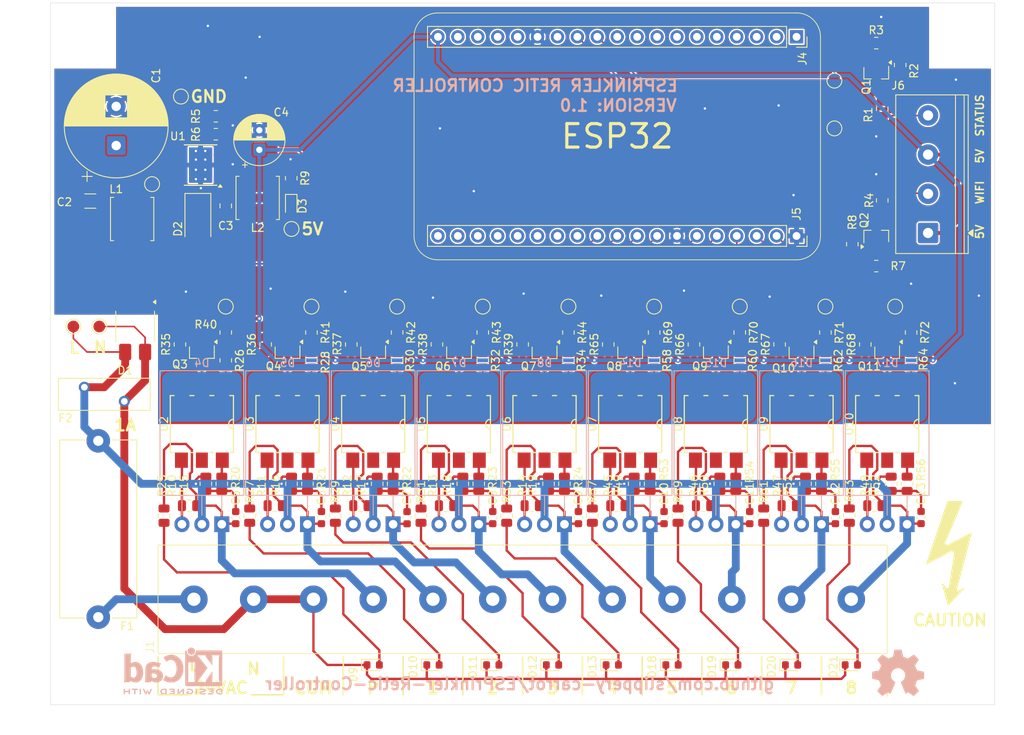
<source format=kicad_pcb>
(kicad_pcb (version 20241229) (generator "pcbnew") (generator_version "9.0")
  (layers (0 "F.Cu" signal) (2 "B.Cu" signal) (13 "F.Paste" user) (15 "B.Paste" user) (5 "F.SilkS" user "F.Silkscreen") (7 "B.SilkS" user "B.Silkscreen") (1 "F.Mask" user) (3 "B.Mask" user) (25 "Edge.Cuts" user))
  (net 0 "")
  (net 1 "VCC")
  (net 2 "GND")
  (net 3 "Net-(U1-BOOT)")
  (net 4 "Net-(D2-K)")
  (net 5 "+5V")
  (net 6 "Net-(C5-Pad1)")
  (net 7 "/Power & IO/To Pump")
  (net 8 "Net-(C6-Pad1)")
  (net 9 "/Power & IO/To Zone 1")
  (net 10 "Net-(C7-Pad1)")
  (net 11 "/Power & IO/To Zone 2")
  (net 12 "Net-(C8-Pad1)")
  (net 13 "/Power & IO/To Zone 3")
  (net 14 "/Power & IO/To Zone 4")
  (net 15 "Net-(C9-Pad1)")
  (net 16 "Net-(C10-Pad1)")
  (net 17 "/Power & IO/To Zone 5")
  (net 18 "Net-(C11-Pad1)")
  (net 19 "/Power & IO/To Zone 6")
  (net 20 "/Power & IO/To Zone 7")
  (net 21 "Net-(C12-Pad1)")
  (net 22 "Net-(C13-Pad1)")
  (net 23 "/Power & IO/To Zone 8")
  (net 24 "NEUT")
  (net 25 "LIVE")
  (net 26 "Net-(D1-+)")
  (net 27 "Net-(D3-K)")
  (net 28 "Net-(D4-G)")
  (net 29 "Net-(D5-G)")
  (net 30 "Net-(D6-G)")
  (net 31 "Net-(D7-G)")
  (net 32 "Net-(D8-G)")
  (net 33 "Net-(D9-A)")
  (net 34 "Net-(Q3-D)")
  (net 35 "Net-(D10-A)")
  (net 36 "Net-(Q4-D)")
  (net 37 "Net-(Q5-D)")
  (net 38 "Net-(D11-A)")
  (net 39 "Net-(D12-A)")
  (net 40 "Net-(Q6-D)")
  (net 41 "Net-(D13-A)")
  (net 42 "Net-(Q7-D)")
  (net 43 "Net-(D14-G)")
  (net 44 "Net-(D15-G)")
  (net 45 "Net-(D16-G)")
  (net 46 "Net-(D17-G)")
  (net 47 "Net-(D18-A)")
  (net 48 "Net-(Q8-D)")
  (net 49 "Net-(D19-A)")
  (net 50 "Net-(Q9-D)")
  (net 51 "Net-(Q10-D)")
  (net 52 "Net-(D20-A)")
  (net 53 "Net-(D21-A)")
  (net 54 "Net-(Q11-D)")
  (net 55 "Net-(J1-Pin_1)")
  (net 56 "Net-(J6-Pin_4)")
  (net 57 "Net-(J6-Pin_2)")
  (net 62 "/ESP32/Status LED")
  (net 73 "/ESP32/WIFI LED")
  (net 75 "/ESP32/Zone 5")
  (net 76 "/ESP32/Zone 2")
  (net 77 "/ESP32/Zone 4")
  (net 78 "/ESP32/Zone 1")
  (net 81 "/ESP32/Zone 3")
  (net 82 "/ESP32/Zone 6")
  (net 85 "/ESP32/Zone 8")
  (net 88 "/ESP32/Zone 7")
  (net 89 "/ESP32/Pump")
  (net 92 "Net-(Q1-G)")
  (net 93 "Net-(Q1-D)")
  (net 94 "Net-(Q2-G)")
  (net 95 "Net-(U1-VSENSE)")
  (net 96 "Net-(Q2-D)")
  (net 97 "Net-(R20-Pad2)")
  (net 98 "Net-(R21-Pad2)")
  (net 99 "Net-(R22-Pad2)")
  (net 100 "Net-(R23-Pad2)")
  (net 101 "Net-(R24-Pad2)")
  (net 102 "Net-(R26-Pad2)")
  (net 103 "Net-(R28-Pad2)")
  (net 104 "Net-(R30-Pad2)")
  (net 105 "Net-(R32-Pad2)")
  (net 106 "Net-(R34-Pad2)")
  (net 107 "Net-(Q3-G)")
  (net 108 "Net-(Q4-G)")
  (net 109 "Net-(Q5-G)")
  (net 110 "Net-(Q6-G)")
  (net 111 "Net-(Q7-G)")
  (net 112 "Net-(R53-Pad2)")
  (net 113 "Net-(R54-Pad2)")
  (net 114 "Net-(R55-Pad2)")
  (net 115 "Net-(R56-Pad2)")
  (net 116 "Net-(R58-Pad2)")
  (net 117 "Net-(R60-Pad2)")
  (net 118 "Net-(R62-Pad2)")
  (net 119 "Net-(R64-Pad2)")
  (net 120 "Net-(Q8-G)")
  (net 121 "Net-(Q9-G)")
  (net 122 "Net-(Q10-G)")
  (net 123 "Net-(Q11-G)")
  (footprint "Capacitor_SMD:C_0603_1608Metric" (layer "F.Cu") (at 243.332 126.225 -90)
    (property "Reference" "C13")
    (property "Value" "12pF")
  )
  (footprint "Footprints:MOC306XS_LTO" (layer "F.Cu") (at 162.56 114.3 -90)
    (property "Reference" "U3")
    (property "Value" "MOC3063S")
  )
  (footprint "Resistor_SMD:R_0805_2012Metric" (layer "F.Cu") (at 230.632 121.92 90)
    (property "Reference" "R55")
    (property "Value" "68R")
  )
  (footprint "TestPoint:TestPoint_Pad_D1.5mm" (layer "F.Cu") (at 163.068 89.408)
    (property "Reference" "TP6" (hide yes))
    (property "Value" "TestPoint")
  )
  (footprint "Footprints:MOC306XS_LTO" (layer "F.Cu") (at 217.17 114.3 -90)
    (property "Reference" "U8")
    (property "Value" "MOC3063S")
  )
  (footprint "Resistor_SMD:R_0805_2012Metric" (layer "F.Cu") (at 209.296 102.616 -90)
    (property "Reference" "R69")
    (property "Value" "1k")
  )
  (footprint "TestPoint:TestPoint_Pad_D1.5mm" (layer "F.Cu") (at 138.557 101.854)
    (property "Reference" "TP2" (hide yes))
    (property "Value" "TestPoint")
  )
  (footprint "Resistor_SMD:R_0805_2012Metric" (layer "F.Cu") (at 159.766 104.14 90)
    (property "Reference" "R36")
    (property "Value" "10k")
  )
  (footprint "Capacitor_SMD:C_0603_1608Metric" (layer "F.Cu") (at 232.41 126.238 -90)
    (property "Reference" "C12")
    (property "Value" "12pF")
  )
  (footprint "Resistor_SMD:R_0805_2012Metric" (layer "F.Cu") (at 187.452 106.172 -90)
    (property "Reference" "R32")
    (property "Value" "120R")
  )
  (footprint "Resistor_SMD:R_0805_2012Metric" (layer "F.Cu") (at 146.812 125.984 -90)
    (property "Reference" "R25")
    (property "Value" "1.2k")
  )
  (footprint "Capacitor_SMD:C_0603_1608Metric" (layer "F.Cu") (at 210.566 126.238 -90)
    (property "Reference" "C10")
    (property "Value" "12pF")
  )
  (footprint "Resistor_SMD:R_0805_2012Metric" (layer "F.Cu") (at 201.422 125.984 -90)
    (property "Reference" "R57")
    (property "Value" "1.2k")
  )
  (footprint "Resistor_SMD:R_0805_2012Metric" (layer "F.Cu") (at 187.452 102.616 -90)
    (property "Reference" "R43")
    (property "Value" "1k")
  )
  (footprint "Resistor_SMD:R_0805_2012Metric" (layer "F.Cu") (at 154.686 102.616 -90)
    (property "Reference" "R40")
    (property "Value" "1k")
  )
  (footprint "Capacitor_SMD:C_0603_1608Metric" (layer "F.Cu") (at 177.8 126.251 -90)
    (property "Reference" "C7")
    (property "Value" "12pF")
  )
  (footprint "TestPoint:TestPoint_Pad_D1.5mm" (layer "F.Cu") (at 240.03 99.314)
    (property "Reference" "TP25" (hide yes))
    (property "Value" "TestPoint")
  )
  (footprint "Resistor_SMD:R_0805_2012Metric" (layer "F.Cu") (at 195.834 121.92 -90)
    (property "Reference" "R19")
    (property "Value" "1.2k")
  )
  (footprint "Capacitor_SMD:C_0603_1608Metric" (layer "F.Cu") (at 188.722 126.238 -90)
    (property "Reference" "C8")
    (property "Value" "12pF")
  )
  (footprint "Package_SO:OnSemi_751EP_SOIC-4_3.9x4.725mm_P2.54mm" (layer "F.Cu") (at 143.129 101.854 -90)
    (property "Reference" "D1")
    (property "Value" "MB10S")
  )
  (footprint "Inductor_SMD:L_APV_ANR5045" (layer "F.Cu") (at 158.748 85.449 90)
    (property "Reference" "L2")
    (property "Value" "33uH")
  )
  (footprint "Resistor_SMD:R_0805_2012Metric" (layer "F.Cu") (at 234.5715 91.353 -90)
    (property "Reference" "R8")
    (property "Value" "1k")
  )
  (footprint "Resistor_SMD:R_0805_2012Metric" (layer "F.Cu") (at 154.178 121.92 90)
    (property "Reference" "R20")
    (property "Value" "68R")
  )
  (footprint "Resistor_SMD:R_0805_2012Metric" (layer "F.Cu") (at 168.656 125.984 -90)
    (property "Reference" "R29")
    (property "Value" "1.2k")
  )
  (footprint "Resistor_SMD:R_0805_2012Metric" (layer "F.Cu") (at 182.7765 124.714 180)
    (property "Reference" "R13")
    (property "Value" "120R")
  )
  (footprint "Resistor_SMD:R_0805_2012Metric" (layer "F.Cu") (at 226.4645 124.714 180)
    (property "Reference" "R47")
    (property "Value" "120R")
  )
  (footprint "TerminalBlock_Phoenix:TerminalBlock_Phoenix_PT-1,5-4-5.0-H_1x04_P5.00mm_Horizontal" (layer "F.Cu") (at 244.2235 89.923 90)
    (property "Reference" "J6")
    (property "Value" "Conn_01x04")
  )
  (footprint "TestPoint:TestPoint_Pad_D1.5mm" (layer "F.Cu") (at 154.686 99.314)
    (property "Reference" "TP13" (hide yes))
    (property "Value" "TestPoint")
  )
  (footprint "Resistor_SMD:R_0805_2012Metric" (layer "F.Cu") (at 220.218 106.172 -90)
    (property "Reference" "R60")
    (property "Value" "120R")
  )
  (footprint "Resistor_SMD:R_0805_2012Metric" (layer "F.Cu") (at 237.6195 94.147 180)
    (property "Reference" "R7")
    (property "Value" "10k")
  )
  (footprint "Resistor_SMD:R_0805_2012Metric" (layer "F.Cu") (at 240.6675 68.493 90)
    (property "Reference" "R2")
    (property "Value" "10k")
  )
  (footprint "Resistor_SMD:R_0805_2012Metric" (layer "F.Cu") (at 154.686 106.172 -90)
    (property "Reference" "R26")
    (property "Value" "120R")
  )
  (footprint "Footprints:MOC306XS_LTO" (layer "F.Cu") (at 151.638 114.3 -90)
    (property "Reference" "U2")
    (property "Value" "MOC3063S")
  )
  (footprint "Package_TO_SOT_SMD:SOT-23_Handsoldering" (layer "F.Cu") (at 195.326 105.18 -90)
    (property "Reference" "Q7")
    (property "Value" "AO3400A")
  )
  (footprint "Resistor_SMD:R_0805_2012Metric" (layer "F.Cu") (at 198.374 106.172 -90)
    (property "Reference" "R34")
    (property "Value" "120R")
  )
  (footprint "Resistor_SMD:R_0805_2012Metric" (layer "F.Cu") (at 203.454 104.14 90)
    (property "Reference" "R65")
    (property "Value" "10k")
  )
  (footprint "Resistor_SMD:R_0805_2012Metric" (layer "F.Cu") (at 214.376 104.14 90)
    (property "Reference" "R66")
    (property "Value" "10k")
  )
  (footprint "Resistor_SMD:R_0805_2012Metric" (layer "F.Cu") (at 220.218 102.616 -90)
    (property "Reference" "R70")
    (property "Value" "1k")
  )
  (footprint "Resistor_SMD:R_0805_2012Metric" (layer "F.Cu") (at 228.6 121.92 -90)
    (property "Reference" "R51")
    (property "Value" "1.2k")
  )
  (footprint "Resistor_SMD:R_0805_2012Metric" (layer "F.Cu") (at 190.5 125.984 -90)
    (property "Reference" "R33")
    (property "Value" "1.2k")
  )
  (footprint "Resistor_SMD:R_0805_2012Metric" (layer "F.Cu") (at 152.146 121.92 -90)
    (property "Reference" "R15")
    (property "Value" "1.2k")
  )
  (footprint "Footprints:MOC306XS_LTO" (layer "F.Cu") (at 184.404 114.3 -90)
    (property "Reference" "U5")
    (property "Value" "MOC3063S")
  )
  (footprint "Resistor_SMD:R_0805_2012Metric" (layer "F.Cu") (at 165.1 121.92 90)
    (property "Reference" "R21")
    (property "Value" "68R")
  )
  (footprint "Resistor_SMD:R_0805_2012Metric" (layer "F.Cu") (at 171.8545 124.714 180)
    (property "Reference" "R12")
    (property "Value" "120R")
  )
  (footprint "Package_TO_SOT_SMD:SOT-23_Handsoldering" (layer "F.Cu") (at 217.17 105.156 -90)
    (property "Reference" "Q9")
    (property "Value" "AO3400A")
  )
  (footprint "Diode_SMD:D_SMA" (layer "F.Cu") (at 151.13 88.392 -90)
    (property "Reference" "D2")
    (property "Value" "SS34")
  )
  (footprint "Capacitor_THT:CP_Radial_D6.3mm_P2.50mm" (layer "F.Cu") (at 158.96675 79.313 90)
    (property "Reference" "C4")
    (property "Value" "220uF")
  )
  (footprint "Resistor_SMD:R_0805_2012Metric" (layer "F.Cu") (at 193.6985 124.714 180)
    (property "Reference" "R14")
    (property "Value" "120R")
  )
  (footprint "Resistor_SMD:R_0805_2012Metric" (layer "F.Cu") (at 239.522 121.92 -90)
    (property "Reference" "R52")
    (property "Value" "1.2k")
  )
  (footprint "MountingHole:MountingHole_3.5mm" (layer "F.Cu") (at 248.412 145.796)
    (property "Reference" "REF**" (hide yes))
    (property "Value" "MountingHole_3.5mm")
  )
  (footprint "Resistor_SMD:R_0805_2012Metric" (layer "F.Cu") (at 238.3815 74.081 -90)
    (property "Reference" "R1")
    (property "Value" "1.2k")
  )
  (footprint "Resistor_SMD:R_0805_2012Metric" (layer "F.Cu") (at 184.912 121.92 -90)
    (property "Reference" "R18")
    (property "Value" "1.2k")
  )
  (footprint "Capacitor_SMD:C_0603_1608Metric" (layer "F.Cu") (at 199.644 126.238 -90)
    (property "Reference" "C9")
    (property "Value" "12pF")
  )
  (footprint "Package_TO_SOT_SMD:SOT-23_Handsoldering" (layer "F.Cu") (at 151.638 105.156 -90)
    (property "Reference" "Q3")
    (property "Value" "AO3400A")
  )
  (footprint "TestPoint:TestPoint_Pad_D1.5mm" (layer "F.Cu") (at 165.608 99.314)
    (property "Reference" "TP14" (hide yes))
    (property "Value" "TestPoint")
  )
  (footprint "LED_SMD:LED_0603_1608Metric" (layer "F.Cu") (at 196.342 145.034)
    (property "Reference" "D12")
    (property "Value" "RED")
  )
  (footprint "Capacitor_THT:CP_Radial_D13.0mm_P5.00mm" (layer "F.Cu") (at 140.716 78.769216 90)
    (property "Reference" "C1")
    (property "Value" "680uF")
  )
  (footprint "MountingHole:MountingHole_3.5mm" (layer "F.Cu") (at 248.412 64.897)
    (property "Reference" "REF**" (hide yes))
    (property "Value" "MountingHole_3.5mm")
  )
  (footprint "Resistor_SMD:R_0805_2012Metric" (layer "F.Cu") (at 186.944 121.92 90)
    (property "Reference" "R23")
    (property "Value" "68R")
  )
  (footprint "TestPoint:TestPoint_Pad_D1.5mm" (layer "F.Cu") (at 209.296 99.314)
    (property "Reference" "TP22" (hide yes))
    (property "Value" "TestPoint")
  )
  (footprint "Resistor_SMD:R_0805_2012Metric" (layer "F.Cu") (at 165.608 102.616 -90)
    (property "Reference" "R41")
    (property "Value" "1k")
  )
  (footprint "Resistor_SMD:R_0805_2012Metric" (layer "F.Cu") (at 231.14 106.172 -90)
    (property "Reference" "R62")
    (property "Value" "120R")
  )
  (footprint "Capacitor_SMD:C_0603_1608Metric" (layer "F.Cu") (at 155.956 126.238 -90)
    (property "Reference" "C5")
    (property "Value" "12pF")
  )
  (footprint "Resistor_SMD:R_0805_2012Metric" (layer "F.Cu") (at 238.3815 85.765 90)
    (property "Reference" "R4")
    (property "Value" "1.2k")
  )
  (footprint "Resistor_SMD:R_0805_2012Metric" (layer "F.Cu") (at 179.578 125.984 -90)
    (property "Reference" "R31")
    (property "Value" "1.2k")
  )
  (footprint "LED_SMD:LED_0603_1608Metric" (layer "F.Cu") (at 219.202 145.034)
    (property "Reference" "D19")
    (property "Value" "RED")
  )
  (footprint "Inductor_SMD:L_APV_ANR5045" (layer "F.Cu") (at 142.748 88.138 90)
    (property "Reference" "L1")
    (property "Value" "33uH")
  )
  (footprint "Resistor_SMD:R_0805_2012Metric" (layer "F.Cu") (at 237.6195 65.699)
    (property "Reference" "R3")
    (property "Value" "1k")
  )
  (footprint "Package_TO_SOT_SMD:SOT-23_Handsoldering" (layer "F.Cu") (at 184.428 105.156 -90)
    (property "Reference" "Q6")
    (property "Value" "AO3400A")
  )
  (footprint "Footprints:MOC306XS_LTO" (layer "F.Cu") (at 228.092 114.3 -90)
    (property "Reference" "U9")
    (property "Value" "MOC3063S")
  )
  (footprint "LED_SMD:LED_0603_1608Metric" (layer "F.Cu") (at 234.442 145.034)
    (property "Reference" "D21")
    (property "Value" "RED")
  )
  (footprint "Resistor_SMD:R_0805_2012Metric" (layer "F.Cu") (at 225.298 104.14 90)
    (property "Reference" "R67")
    (property "Value" "10k")
  )
  (footprint "Capacitor_SMD:C_1206_3216Metric" (layer "F.Cu") (at 137.414 85.852 180)
    (property "Reference" "C2")
    (property "Value" "10uF")
  )
  (footprint "Resistor_SMD:R_0805_2012Metric" (layer "F.Cu") (at 209.296 106.172 -90)
    (property "Reference" "R58")
    (property "Value" "120R")
  )
  (footprint "TestPoint:TestPoint_Pad_D1.5mm" (layer "F.Cu") (at 187.452 99.314)
    (property "Reference" "TP16" (hide yes))
    (property "Value" "TestPoint")
  )
  (footprint "LED_SMD:LED_0603_1608Metric" (layer "F.Cu") (at 211.582 145.034)
    (property "Reference" "D18")
    (property "Value" "RED")
  )
  (footprint "TestPoint:TestPoint_Pad_D1.5mm" (layer "F.Cu") (at 220.218 99.314)
    (property "Reference" "TP23" (hide yes))
    (property "Value" "TestPoint")
  )
  (footprint "Footprints:Symbol_HighVoltage_NoTriangle_Silkscreen" (layer "F.Cu") (at 247.142 130.683)
    (property "Reference" "REF**" (hide yes))
    (property "Value" "Symbol_HighVoltage_NoTriangle_Silkscreen" (hide yes))
  )
  (footprint "Package_TO_SOT_SMD:SOT-23_Handsoldering" (layer "F.Cu") (at 237.6195 69.509 -90)
    (property "Reference" "Q1")
    (property "Value" "AO3400A")
  )
  (footprint "LED_SMD:LED_0603_1608Metric" (layer "F.Cu") (at 226.822 145.034)
    (property "Reference" "D20")
    (property "Value" "RED")
  )
  (footprint "Resistor_SMD:R_0805_2012Metric" (layer "F.Cu") (at 176.53 102.616 -90)
    (property "Reference" "R42")
    (property "Value" "1k")
  )
  (footprint "Resistor_SMD:R_0805_2012Metric" (layer "F.Cu") (at 223.266 125.984 -90)
    (property "Reference" "R61")
    (property "Value" "1.2k")
  )
  (footprint "Package_TO_SOT_SMD:SOT-23_Handsoldering" (layer "F.Cu") (at 228.092 105.18 -90)
    (property "Reference" "Q10")
    (property "Value" "AO3400A")
  )
  (footprint "LED_SMD:LED_0603_1608Metric" (layer "F.Cu") (at 181.102 145.034)
    (property "Reference" "D10")
    (property "Value" "RED")
  )
  (footprint "TestPoint:TestPoint_Pad_D1.5mm" (layer "F.Cu") (at 148.971 72.517)
    (property "Reference" "TP3" (hide yes))
    (property "Value" "TestPoint")
  )
  (footprint "Package_TO_SOT_SMD:SOT-23_Handsoldering" (layer "F.Cu") (at 206.248 105.156 -90)
    (property "Reference" "Q8")
    (property "Value" "AO3400A")
  )
  (footprint "Capacitor_SMD:C_0805_2012Metric" (layer "F.Cu") (at 154.684 86.465 -90)
    (property "Reference" "C3")
    (property "Value" "10nF")
  )
  (footprint "Resistor_SMD:R_0805_2012Metric" (layer "F.Cu") (at 170.688 104.14 90)
    (property "Reference" "R37")
    (property "Value" "10k")
  )
  (footprint "Footprints:MOC306XS_LTO" (layer "F.Cu") (at 195.326 114.3 -90)
    (property "Reference" "U6")
    (property "Value" "MOC3063S")
  )
  (footprint "Resistor_SMD:R_0805_2012Metric" (layer "F.Cu") (at 215.5425 124.714 180)
    (property "Reference" "R46")
    (property "Value" "120R")
  )
  (footprint "TestPoint:TestPoint_Pad_D1.5mm" (layer "F.Cu") (at 145.288 83.693)
    (property "Reference" "TP4" (hide yes))
    (property "Value" "TestPoint")
  )
  (footprint "Footprints:MOC306XS_LTO" (layer "F.Cu") (at 173.482 114.3 -90)
    (property "Reference" "U4")
    (property "Value" "MOC3063S")
  )
  (footprint "Resistor_SMD:R_0805_2012Metric" (layer "F.Cu") (at 208.788 121.92 90)
    (property "Reference" "R53")
    (property "Value" "68R")
  )
  (footprint "Capacitor_SMD:C_0603_1608Metric" (layer "F.Cu") (at 221.488 126.238 -90)
    (property "Reference" "C11")
    (property "Value" "12pF")
  )
  (footprint "Package_TO_SOT_SMD:SOT-23_Handsoldering" (layer "F.Cu") (at 173.482 105.156 -90)
    (property "Reference" "Q5")
    (property "Value" "AO3400A")
  )
  (footprint "TestPoint:TestPoint_Pad_D1.5mm" (layer "F.Cu") (at 135.255 101.854)
    (property "Reference" "TP1" (hide yes))
    (property "Value" "TestPoint")
  )
  (footprint "LED_SMD:LED_0603_1608Metric" (layer "F.Cu") (at 163.03075 86.4905 -90)
    (property "Reference" "D3")
    (property "Value" "RED")
  )
  (footprint "Resistor_SMD:R_0805_2012Metric" (layer "F.Cu") (at 157.734 125.984 -90)
    (property "Reference" "R27")
    (property "Value" "1.2k")
  )
  (footprint "Resistor_SMD:R_0805_2012Metric" (layer "F.Cu") (at 165.608 106.172 -90)
    (property "Reference" "R28")
    (property "Value" "120R")
  )
  (footprint "LED_SMD:LED_0603_1608Metric" (layer "F.Cu") (at 188.722 145.034)
    (property "Reference" "D11")
    (property "Value" "RED")
  )
  (footprint "LED_SMD:LED_0603_1608Metric" (layer "F.Cu") (at 203.962 145.034)
    (property "Reference" "D13")
    (property "Value" "RED")
  )
  (footprint "Resistor_SMD:R_0805_2012Metric" (layer "F.Cu") (at 148.844 104.14 90)
    (property "Reference" "R35")
    (property "Value" "10k")
  )
  (footprint "Footprints:MOC306XS_LTO" (layer "F.Cu") (at 239.014 114.3 -90)
    (property "Reference" "U10")
    (property "Value" "MOC3063S")
  )
  (footprint "Resistor_SMD:R_0805_2012Metric" (layer "F.Cu") (at 237.3865 124.714 180)
    (property "Reference" "R48")
    (property "Value" "120R")
  )
  (footprint "Resistor_SMD:R_0805_2012Metric" (layer "F.Cu") (at 217.678 121.92 -90)
    (property "Reference" "R50")
    (property "Value" "1.2k")
  )
  (footprint "Resistor_SMD:R_0805_2012Metric" (layer "F.Cu") (at 181.61 104.14 90)
    (property "Reference" "R38")
    (property "Value" "10k")
  )
  (footprint "TestPoint:TestPoint_Pad_D1.5mm" (layer "F.Cu") (at 176.53 99.314)
    (property "Reference" "TP15" (hide yes))
    (property "Value" "TestPoint")
  )
  (footprint "Resistor_SMD:R_0805_2012Metric" (layer "F.Cu") (at 153.414 77.321 180)
    (property "Reference" "R6")
    (property "Value" "3k")
  )
  (footprint "Package_SO:TI_SO-PowerPAD-8_ThermalVias" (layer "F.Cu") (at 151.476 81.258 180)
    (property "Reference" "U1")
    (property "Value" "TPS5430DDA")
  )
  (footprint "Footprints:DBT30C-7.62-12P-BK-P" (layer "F.Cu") (at 150.622 136.652)
    (property "Reference" "J1")
    (property "Value" "~")
  )
  (footprint "Fuse:Fuse_BelFuse_0ZRE0033FF_L11.4mm_W3.8mm" (layer "F.Cu") (at 136.652 109.601)
    (property "Reference" "F2")
    (property "Value" "250mA")
  )
  (footprint "Resistor_SMD:R_0805_2012Metric" (layer "F.Cu") (at 241.554 121.92 90)
    (property "Reference" "R56")
    (property "Value" "68R")
  )
  (footprint "MountingHole:MountingHole_3.5mm" (layer "F.Cu") (at 136.652 64.897)
    (property "Reference" "REF**" (hide yes))
    (property "Value" "MountingHole_3.5mm")
  )
  (footprint "Resistor_SMD:R_0805_2012Metric" (layer "F.Cu") (at 234.188 125.984 -90)
    (property "Reference" "R63")
    (property "Value" "1.2k")
  )
  (footprint "Resistor_SMD:R_0805_2012Metric" (layer "F.Cu") (at 212.344 125.984 90)
    (property "Reference" "R59")
    (property "Value" "1.2k")
  )
  (footprint "Resistor_SMD:R_0805_2012Metric" (layer "F.Cu") (at 176.022 121.92 90)
    (property "Reference" "R22")
    (property "Value" "68R")
  )
  (footprint "TestPoint:TestPoint_Pad_D1.5mm" (layer "F.Cu") (at 198.374 99.314)
    (property "Reference" "TP17" (hide yes))
    (property "Value" "TestPoint")
  )
  (footprint "MountingHole:MountingHole_3.5mm" (layer "F.Cu") (at 136.652 145.796)
    (property "Reference" "REF**" (hide yes))
    (property "Value" "MountingHole_3.5mm")
  )
  (footprint "Connector_PinSocket_2.54mm:PinSocket_1x19_P2.54mm_Vertical" (layer "F.Cu") (at 227.456999 64.897001 -90)
    (property "Reference" "J4")
    (property "Value" "Conn_01x19")
  )
  (footprint "TestPoint:TestPoint_Pad_D1.5mm" (layer "F.Cu") (at 232.283 76.581)
    (property "Reference" "TP7" (hide yes))
    (property "Value" "TestPoint")
  )
  (footprint "Resistor_SMD:R_0805_2012Metric" (layer "F.Cu") (at 192.532 104.14 90)
    (property "Reference" "R39")
    (property "Value" "10k")
  )
  (footprint "Resistor_SMD:R_0805_2012Metric" (layer "F.Cu") (at 219.71 121.92 90)
    (property "Reference" "R54")
    (property "Value" "68R")
  )
  (footprint "Resistor_SMD:R_0805_2012Metric" (layer "F.Cu") (at 231.14 102.616 -90)
    (property "Reference" "R71")
    (property "Value" "1k")
  )
  (footprint "Resistor_SMD:R_0805_2012Metric" (layer "F.Cu") (at 198.374 102.616 -90)
    (property "Reference" "R44")
    (property "Value" "1k")
  )
  (footprint "Resistor_SMD:R_0805_2012Metric" (layer "F.Cu") (at 236.22 104.14 90)
    (property "Reference" "R68")
    (property "Value" "10k")
  )
  (footprint "Package_TO_SOT_SMD:SOT-23_Handsoldering" (layer "F.Cu") (at 162.56 105.156 -90)
    (property "Reference" "Q4")
    (property "Value" "AO3400A")
  )
  (footprint "Resistor_SMD:R_0805_2012Metric" (layer "F.Cu") (at 163.068 121.92 -90)
    (property "Reference" "R16")
    (property "Value" "1.2k")
  )
  (footprint "Resistor_SMD:R_0805_2012Metric" (layer "F.Cu") (at 242.062 106.172 -90)
    (property "Reference" "R64")
    (property "Value" "120R")
  )
  (footprint "Package_TO_SOT_SMD:SOT-23_Handsoldering" (layer "F.Cu") (at 239.014 105.156 -90)
    (property "Reference" "Q11")
    (property "Value" "AO3400A")
  )
  (footprint "LED_SMD:LED_0603_1608Metric" (layer "F.Cu") (at 173.482 145.034)
    (property "Reference" "D9")
    (property "Value" "RED")
  )
  (footprint "TestPoint:TestPoint_Pad_D1.5mm" (layer "F.Cu") (at 231.14 99.314)
    (property "Reference" "TP24" (hide yes))
    (property "Value" "TestPoint")
  )
  (footprint "TestPoint:TestPoint_Pad_D1.5mm" (layer "F.Cu") (at 232.283 70.485)
    (property "Reference" "TP5" (hide yes))
    (property "Value" "TestPoint")
  )
  (footprint "Resistor_SMD:R_0805_2012Metric" (layer "F.Cu") (at 206.756 121.92 -90)
    (property "Reference" "R49")
    (property "Value" "1.2k")
  )
  (footprint "Footprints:MOC306XS_LTO" (layer "F.Cu") (at 206.248 114.3 -90)
    (property "Reference" "U7")
    (property "Value" "MOC3063S")
  )
  (footprint "Package_TO_SOT_SMD:SOT-23_Handsoldering" (layer "F.Cu") (at 237.6195 90.337 90)
    (property "Reference" "Q2")
    (property "Value" "AO3400A")
  )
  (footprint "Capacitor_SMD:C_0603_1608Metric" (layer "F.Cu") (at 166.878 126.238 -90)
    (property "Reference" "C6")
    (property "Value" "12pF")
  )
  (footprint "Resistor_SMD:R_0805_2012Metric" (layer "F.Cu") (at 150.0105 124.714 180)
    (property "Reference" "R10")
    (property "Value" "120R")
  )
  (footprint "Resistor_SMD:R_0805_2012Metric" (layer "F.Cu") (at 204.6205 124.714 180)
    (property "Reference" "R45")
    (property "Value" "120R")
  )
  (footprint "Resistor_SMD:R_0805_2012Metric" (layer "F.Cu") (at 197.866 121.92 90)
    (property "Reference" "R24")
    (property "Value" "68R")
  )
  (footprint "Connector_PinSocket_2.54mm:PinSocket_1x19_P2.54mm_Vertical" (layer "F.Cu") (at 227.456999 90.297001 -90)
    (property "Reference" "J5")
    (property "Value" "Conn_01x19")
  )
  (footprint "Fuse:Fuseholder_Cylinder-5x20mm_Schurter_0031_8201_Horizontal_Open" (layer "F.Cu") (at 138.43 138.938 90)
    (property "Reference" "F1")
    (property "Value" "1A")
  )
  (footprint "Resistor_SMD:R_0805_2012Metric" (layer "F.Cu") (at 173.99 121.92 -90)
    (property "Reference" "R17")
    (property "Value" "1.2k")
  )
  (footprint "Resistor_SMD:R_0805_2012Metric" (layer "F.Cu") (at 153.414 75.035 180)
    (property "Reference" "R5")
    (property "Value" "10k")
  )
  (footprint "Resistor_SMD:R_0805_2012Metric" (layer "F.Cu") (at 176.53 106.172 -90)
    (property "Reference" "R30")
    (property "Value" "120R")
  )
  (footprint "Resistor_SMD:R_0805_2012Metric" (layer "F.Cu") (at 163.03075 82.9345 90)
    (property "Reference" "R9")
    (property "Value" "1.2k")
  )
  (footprint "Resistor_SMD:R_0805_2012Metric" (layer "F.Cu") (at 160.9325 124.714 180)
    (property "Reference" "R11")
    (property "Value" "120R")
  )
  (footprint "Resistor_SMD:R_0805_2012Metric" (layer "F.Cu") (at 242.062 102.616 -90)
    (property "Reference" "R72")
    (property "Value" "1k")
  )
  (footprint "Footprints:TO-220-3_Horizontal_TabDown_Solder" (layer "B.Cu") (at 197.866 127.086 180)
    (property "Reference" "D8")
    (property "Value" "Generic_Triac_A1A2G")
  )
  (footprint "Footprints:TO-220-3_Horizontal_TabDown_Solder" (layer "B.Cu") (at 241.554 127.086 180)
    (property "Reference" "D17")
    (property "Value" "Generic_Triac_A1A2G")
  )
  (footprint "Footprints:TO-220-3_Horizontal_TabDown_Solder" (layer "B.Cu") (at 176.022 127.086 180)
    (property "Reference" "D6")
    (property "Value" "Generic_Triac_A1A2G")
  )
  (footprint "Footprints:TO-220-3_Horizontal_TabDown_Solder" (layer "B.Cu") (at 219.71 127.086 180)
    (property "Reference" "D15")
    (property "Value" "Generic_Triac_A1A2G")
  )
  (footprint "Footprints:TO-220-3_Horizontal_TabDown_Solder" (layer "B.Cu") (at 186.944 127.086 180)
    (property "Reference" "D7")
    (property "Value" "Generic_Triac_A1A2G")
  )
  (footprint "Symbol:OSHW-Symbol_6.7x6mm_SilkScreen" (layer "B.Cu") (at 240.411 146.05 180)
    (property "Reference" "REF**" (hide yes))
    (property "Value" "OSHW-Symbol_6.7x6mm_SilkScreen" (hide yes))
  )
  (footprint "Symbol:KiCad-Logo2_5mm_SilkScreen" (layer "B.Cu") (at 147.955 145.796 180)
    (property "Reference" "REF**" (hide yes))
    (property "Value" "KiCad-Logo2_5mm_SilkScreen" (hide yes))
  )
  (footprint "Footprints:TO-220-3_Horizontal_TabDown_Solder" (layer "B.Cu") (at 154.178 127.086 180)
    (property "Reference" "D4")
    (property "Value" "Generic_Triac_A1A2G")
  )
  (footprint "Footprints:TO-220-3_Horizontal_TabDown_Solder" (layer "B.Cu") (at 208.788 127.086 180)
    (property "Reference" "D14")
    (property "Value" "Generic_Triac_A1A2G")
  )
  (footprint "Footprints:TO-220-3_Horizontal_TabDown_Solder" (layer "B.Cu") (at 165.1 127.086 180)
    (property "Reference" "D5")
    (property "Value" "Generic_Triac_A1A2G")
  )
  (footprint "Footprints:TO-220-3_Horizontal_TabDown_Solder" (layer "B.Cu") (at 230.632 127.086 180)
    (property "Reference" "D16")
    (property "Value" "Generic_Triac_A1A2G")
  )
  (gr_line (start 207.772 144.018) (end 207.772 148.844) (stroke (width 0.2)) (layer "F.SilkS"))
  (gr_line (start 178.688999 64.897001) (end 178.688999 90.297001) (stroke (width 0.1)) (layer "F.SilkS"))
  (gr_line (start 162.052 148.844) (end 157.988 148.844) (stroke (width 0.2)) (layer "F.SilkS"))
  (gr_arc (start 181.736999 93.345001) (mid 179.581738 92.452262) (end 178.688999 90.297001) (stroke (width 0.1)) (layer "F.SilkS"))
  (gr_line (start 146.05 148.844) (end 150.114 148.844) (stroke (width 0.2)) (layer "F.SilkS"))
  (gr_line (start 230.632 144.018) (end 230.632 148.844) (stroke (width 0.2)) (layer "F.SilkS"))
  (gr_line (start 192.532 144.018) (end 192.532 148.844) (stroke (width 0.2)) (layer "F.SilkS"))
  (gr_line (start 227.456999 61.849001) (end 181.736999 61.849001) (stroke (width 0.1)) (layer "F.SilkS"))
  (gr_line (start 230.504999 90.297001) (end 230.504999 64.897001) (stroke (width 0.1)) (layer "F.SilkS"))
  (gr_line (start 200.152 144.018) (end 200.152 148.844) (stroke (width 0.2)) (layer "F.SilkS"))
  (gr_line (start 162.052 144.018) (end 162.052 148.844) (stroke (width 0.2)) (layer "F.SilkS"))
  (gr_line (start 181.736999 93.345001) (end 227.456999 93.345001) (stroke (width 0.1)) (layer "F.SilkS"))
  (gr_arc (start 230.504999 90.297001) (mid 229.61226 92.452262) (end 227.456999 93.345001) (stroke (width 0.1)) (layer "F.SilkS"))
  (gr_line (start 146.05 144.018) (end 146.05 148.844) (stroke (width 0.2)) (layer "F.SilkS"))
  (gr_line (start 169.672 144.018) (end 169.672 148.844) (stroke (width 0.2)) (layer "F.SilkS"))
  (gr_line (start 239.014 144.145) (end 239.014 148.971) (stroke (width 0.2)) (layer "F.SilkS"))
  (gr_arc (start 227.456999 61.849001) (mid 229.61226 62.74174) (end 230.504999 64.897001) (stroke (width 0.1)) (layer "F.SilkS"))
  (gr_line (start 215.392 144.018) (end 215.392 148.844) (stroke (width 0.2)) (layer "F.SilkS"))
  (gr_line (start 177.292 144.018) (end 177.292 148.844) (stroke (width 0.2)) (layer "F.SilkS"))
  (gr_line (start 223.012 144.018) (end 223.012 148.844) (stroke (width 0.2)) (layer "F.SilkS"))
  (gr_line (start 184.912 144.018) (end 184.912 148.844) (stroke (width 0.2)) (layer "F.SilkS"))
  (gr_arc (start 178.688999 64.897001) (mid 179.581738 62.74174) (end 181.736999 61.849001) (stroke (width 0.1)) (layer "F.SilkS"))
  (gr_rect (start 132.334 60.579) (end 252.73 150.114) (stroke (width 0.05)) (fill no) (layer "Edge.Cuts"))
  (gr_text "N" (at 138.684 104.521 0) (layer "F.SilkS") (effects (font (size 1.5 1.5) (thickness 0.3) (bold yes))))
  (gr_text "STATUS" (at 250.825 77.724 90) (layer "F.SilkS") (effects (font (size 1 1) (thickness 0.2) (bold yes)) (justify left)))
  (gr_text "ESP32" (at 204.597 77.597 0) (layer "F.SilkS") (effects (font (size 3 3) (thickness 0.4))))
  (gr_text "8" (at 234.442 148.844 0) (layer "F.SilkS") (effects (font (size 1.5 1.5) (thickness 0.3) (bold yes)) (justify bottom)))
  (gr_text "7\n" (at 226.822 148.844 0) (layer "F.SilkS") (effects (font (size 1.5 1.5) (thickness 0.3) (bold yes)) (justify bottom)))
  (gr_text "L" (at 135.382 104.521 0) (layer "F.SilkS") (effects (font (size 1.5 1.5) (thickness 0.3) (bold yes))))
  (gr_text "1A" (at 141.859 114.427 0) (layer "F.SilkS") (effects (font (size 1.5 1.5) (thickness 0.3) (bold yes))))
  (gr_text "24VAC" (at 150.368 148.844 0) (layer "F.SilkS") (effects (font (size 1.5 1.5) (thickness 0.3) (bold yes)) (justify left bottom)))
  (gr_text "L" (at 150.622 145.034 0) (layer "F.SilkS") (effects (font (size 1.5 1.5) (thickness 0.3) (bold yes))))
  (gr_text "1" (at 181.102 148.844 0) (layer "F.SilkS") (effects (font (size 1.5 1.5) (thickness 0.3) (bold yes)) (justify bottom)))
  (gr_text "WIFI" (at 250.825 86.36 90) (layer "F.SilkS") (effects (font (size 1 1) (thickness 0.2) (bold yes)) (justify left)))
  (gr_text "5V" (at 250.825 90.805 90) (layer "F.SilkS") (effects (font (size 1 1) (thickness 0.2) (bold yes)) (justify left)))
  (gr_text "CAUTION" (at 247.015 139.319 0) (layer "F.SilkS") (effects (font (size 1.5 1.5) (thickness 0.3) (bold yes))))
  (gr_text "N" (at 158.242 145.542 0) (layer "F.SilkS") (effects (font (size 1.5 1.5) (thickness 0.3) (bold yes))))
  (gr_text "COM\n" (at 165.862 148.844 0) (layer "F.SilkS") (effects (font (size 1.5 1.5) (thickness 0.3) (bold yes)) (justify bottom)))
  (gr_text "4" (at 203.962 148.844 0) (layer "F.SilkS") (effects (font (size 1.5 1.5) (thickness 0.3) (bold yes)) (justify bottom)))
  (gr_text "2" (at 188.722 148.844 0) (layer "F.SilkS") (effects (font (size 1.5 1.5) (thickness 0.3) (bold yes)) (justify bottom)))
  (gr_text "6" (at 219.202 148.844 0) (layer "F.SilkS") (effects (font (size 1.5 1.5) (thickness 0.3) (bold yes)) (justify bottom)))
  (gr_text "5V" (at 165.735 89.408 0) (layer "F.SilkS") (effects (font (size 1.5 1.5) (thickness 0.3) (bold yes))))
  (gr_text "5V" (at 250.825 81.153 90) (layer "F.SilkS") (effects (font (size 1 1) (thickness 0.2) (bold yes)) (justify left)))
  (gr_text "5" (at 211.582 148.844 0) (layer "F.SilkS") (effects (font (size 1.5 1.5) (thickness 0.3) (bold yes)) (justify bottom)))
  (gr_text "3" (at 196.342 148.844 0) (layer "F.SilkS") (effects (font (size 1.5 1.5) (thickness 0.3) (bold yes)) (justify bottom)))
  (gr_text "GND" (at 152.527 72.517 0) (layer "F.SilkS") (effects (font (size 1.5 1.5) (thickness 0.3) (bold yes))))
  (gr_text "P" (at 173.482 148.844 0) (layer "F.SilkS") (effects (font (size 1.5 1.5) (thickness 0.3) (bold yes)) (justify bottom)))
  (gr_text "VERSION: 1.0" (at 212.344 73.66 0) (layer "B.SilkS") (effects (font (size 1.5 1.5) (thickness 0.3) (bold yes)) (justify left mirror)))
  (gr_text "ESPRINKLER RETIC CONTROLLER" (at 212.471 71.12 0) (layer "B.SilkS") (effects (font (size 1.5 1.5) (thickness 0.3) (bold yes)) (justify left mirror)))
  (gr_text "github.com/slippery-carrot/ESPrinkler-Retic-Controller" (at 224.79 147.447 0) (layer "B.SilkS") (effects (font (size 1.5 1.5) (thickness 0.3) (bold yes)) (justify left mirror)))
  (via (at 149.606 97.409) (size 0.6) (drill 0.3) (layers "F.Cu" "B.Cu") (net 2))
  (via (at 169.926 97.409) (size 0.6) (drill 0.3) (layers "F.Cu" "B.Cu") (net 2))
  (via (at 247.65 109.093) (size 0.6) (drill 0.3) (layers "F.Cu" "B.Cu") (net 2))
  (via (at 237.617 82.423) (size 0.6) (drill 0.3) (layers "F.Cu" "B.Cu") (net 2))
  (via (at 225.171 73.66) (size 0.6) (drill 0.3) (layers "F.Cu" "B.Cu") (net 2))
  (via (at 213.106 97.282) (size 0.6) (drill 0.3) (layers "F.Cu" "B.Cu") (net 2))
  (via (at 250.698 97.917) (size 0.6) (drill 0.3) (layers "F.Cu" "B.Cu") (net 2))
  (via (at 224.028 98.044) (size 0.6) (drill 0.3) (layers "F.Cu" "B.Cu") (net 2))
  (via (at 215.773 74.041) (size 0.6) (drill 0.3) (layers "F.Cu" "B.Cu") (net 2))
  (via (at 242.062 96.393) (size 0.6) (drill 0.3) (layers "F.Cu" "B.Cu") (net 2))
  (via (at 155.575 76.2) (size 0.6) (drill 0.3) (layers "F.Cu" "B.Cu") (net 2))
  (via (at 162.941 80.518) (size 0.6) (drill 0.3) (layers "F.Cu" "B.Cu") (net 2))
  (via (at 181.991 76.581) (size 0.6) (drill 0.3) (layers "F.Cu" "B.Cu") (net 2))
  (via (at 155.575 81.153) (size 0.6) (drill 0.3) (layers "F.Cu" "B.Cu") (net 2))
  (via (at 186.309 84.582) (size 0.6) (drill 0.3) (layers "F.Cu" "B.Cu") (net 2))
  (via (at 160.401 97.028) (size 0.6) (drill 0.3) (layers "F.Cu" "B.Cu") (net 2))
  (via (at 238.252 62.357) (size 0.6) (drill 0.3) (layers "F.Cu" "B.Cu") (net 2))
  (via (at 152.4 63.5) (size 0.6) (drill 0.3) (layers "F.Cu" "B.Cu") (net 2))
  (via (at 227.076 85.09) (size 0.6) (drill 0.3) (layers "F.Cu" "B.Cu") (net 2))
  (via (at 202.565 97.917) (size 0.6) (drill 0.3) (layers "F.Cu" "B.Cu") (net 2))
  (via (at 192.659 97.663) (size 0.6) (drill 0.3) (layers "F.Cu" "B.Cu") (net 2))
  (via (at 237.617 77.597) (size 0.6) (drill 0.3) (layers "F.Cu" "B.Cu") (net 2))
  (via (at 181.102 98.171) (size 0.6) (drill 0.3) (layers "F.Cu" "B.Cu") (net 2))
  (via (at 157.226 70.104) (size 0.6) (drill 0.3) (layers "F.Cu" "B.Cu") (net 2))
  (via (at 159.004 64.897) (size 0.6) (drill 0.3) (layers "F.Cu" "B.Cu") (net 2))
  (via (at 151.511 84.201) (size 0.6) (drill 0.3) (layers "F.Cu" "B.Cu") (net 2))
  (via (at 247.777 70.358) (size 0.6) (drill 0.3) (layers "F.Cu" "B.Cu") (net 2))
  (segment (start 222.3535 105.2595) (end 223.266 106.172) (width 0.5) (layer "F.Cu") (net 5))
  (segment (start 211.4315 105.2595) (end 212.344 106.172) (width 0.5) (layer "F.Cu") (net 5))
  (segment (start 157.226 104.394) (end 157.226 101.6) (width 0.5) (layer "F.Cu") (net 5))
  (segment (start 246.5 89.923) (end 248.031 88.392) (width 0.5) (layer "F.Cu") (net 5))
  (segment (start 154.3265 75.035) (end 155.91875 75.035) (width 0.2) (layer "F.Cu") (net 5))
  (segment (start 200.7635 105.2595) (end 201.676 106.172) (width 0.5) (layer "F.Cu") (net 5))
  (segment (start 165.608 105.2595) (end 167.7435 105.2595) (width 0.5) (layer "F.Cu") (net 5))
  (segment (start 163.03075 89.37075) (end 163.068 89.408) (width 0.3) (layer "F.Cu") (net 5))
  (segment (start 243.9435 105.2595) (end 244.856 106.172) (width 0.5) (layer "F.Cu") (net 5))
  (segment (start 154.686 105.2595) (end 156.3605 105.2595) (width 0.5) (layer "F.Cu") (net 5))
  (segment (start 244.2235 89.923) (end 246.5 89.923) (width 0.5) (layer "F.Cu") (net 5))
  (segment (start 163.03075 87.278) (end 163.03075 89.37075) (width 0.2) (layer "F.Cu") (net 5))
  (segment (start 157.40275 79.313) (end 158.96675 79.313) (width 0.2) (layer "F.Cu") (net 5))
  (segment (start 176.53 105.2595) (end 178.9195 105.2595) (width 0.5) (layer "F.Cu") (net 5))
  (segment (start 163.895 79.313) (end 158.96675 79.313) (width 0.2) (layer "F.Cu") (net 5))
  (segment (start 178.9195 105.2595) (end 179.832 106.172) (width 0.5) (layer "F.Cu") (net 5))
  (segment (start 157.226 101.6) (end 157.988 100.838) (width 0.5) (layer "F.Cu") (net 5))
  (segment (start 156.3605 105.2595) (end 157.226 104.394) (width 0.5) (layer "F.Cu") (net 5))
  (segment (start 248.031 81.661) (end 246.293 79.923) (width 0.5) (layer "F.Cu") (net 5))
  (segment (start 198.374 105.2595) (end 200.7635 105.2595) (width 0.5) (layer "F.Cu") (net 5))
  (segment (start 246.293 79.923) (end 244.2235 79.923) (width 0.5) (layer "F.Cu") (net 5))
  (segment (start 164.846 80.264) (end 163.895 79.313) (width 0.2) (layer "F.Cu") (net 5))
  (segment (start 157.988 100.838) (end 158.96675 100.838) (width 0.5) (layer "F.Cu") (net 5))
  (segment (start 156.93475 76.051) (end 156.93475 78.845) (width 0.2) (layer "F.Cu") (net 5))
  (segment (start 242.062 105.2595) (end 243.9435 105.2595) (width 0.5) (layer "F.Cu") (net 5))
  (segment (start 220.218 105.2595) (end 222.3535 105.2595) (width 0.5) (layer "F.Cu") (net 5))
  (segment (start 248.031 88.392) (end 248.031 81.661) (width 0.5) (layer "F.Cu") (net 5))
  (segment (start 189.8415 105.2595) (end 190.754 106.172) (width 0.5) (layer "F.Cu") (net 5))
  (segment (start 209.296 105.2595) (end 211.4315 105.2595) (width 0.5) (layer "F.Cu") (net 5))
  (segment (start 164.846 86.868) (end 164.846 80.264) (width 0.2) (layer "F.Cu") (net 5))
  (segment (start 156.93475 78.845) (end 157.40275 79.313) (width 0.2) (layer "F.Cu") (net 5))
  (segment (start 155.91875 75.035) (end 156.93475 76.051) (width 0.2) (layer "F.Cu") (net 5))
  (segment (start 187.452 105.2595) (end 189.8415 105.2595) (width 0.5) (layer "F.Cu") (net 5))
  (segment (start 231.14 105.2595) (end 233.2755 105.2595) (width 0.5) (layer "F.Cu") (net 5))
  (segment (start 164.436 87.278) (end 164.846 86.868) (width 0.2) (layer "F.Cu") (net 5))
  (segment (start 167.7435 105.2595) (end 168.656 106.172) (width 0.5) (layer "F.Cu") (net 5))
  (segment (start 163.03075 87.278) (end 164.436 87.278) (width 0.2) (layer "F.Cu") (net 5))
  (segment (start 233.2755 105.2595) (end 234.188 106.172) (width 0.5) (layer "F.Cu") (net 5))
  (via (at 201.676 106.172) (size 0.6) (drill 0.3) (layers "F.Cu" "B.Cu") (net 5))
  (via (at 223.266 106.172) (size 0.6) (drill 0.3) (layers "F.Cu" "B.Cu") (net 5))
  (via (at 244.856 106.172) (size 0.6) (drill 0.3) (layers "F.Cu" "B.Cu") (net 5))
  (via (at 168.656 106.172) (size 0.6) (drill 0.3) (layers "F.Cu" "B.Cu") (net 5))
  (via (at 179.832 106.172) (size 0.6) (drill 0.3) (layers "F.Cu" "B.Cu") (net 5))
  (via (at 190.754 106.172) (size 0.6) (drill 0.3) (layers "F.Cu" "B.Cu") (net 5))
  (via (at 158.96675 100.838) (size 0.6) (drill 0.3) (layers "F.Cu" "B.Cu") (net 5))
  (via (at 234.188 106.172) (size 0.6) (drill 0.3) (layers "F.Cu" "B.Cu") (net 5))
  (via (at 212.344 106.172) (size 0.6) (drill 0.3) (layers "F.Cu" "B.Cu") (net 5))
  (segment (start 234.1505 69.85) (end 244.2235 79.923) (width 0.5) (layer "B.Cu") (net 5))
  (segment (start 212.344 106.172) (end 223.266 106.172) (width 0.5) (layer "B.Cu") (net 5))
  (segment (start 183.515 69.85) (end 234.1505 69.85) (width 0.5) (layer "B.Cu") (net 5))
  (segment (start 181.736999 68.071999) (end 183.515 69.85) (width 0.5) (layer "B.Cu") (net 5))
  (segment (start 164.146 79.313) (end 158.96675 79.313) (width 0.5) (layer "B.Cu") (net 5))
  (segment (start 181.736999 64.897001) (end 178.561999 64.897001) (width 0.5) (layer "B.Cu") (net 5))
  (segment (start 190.754 106.172) (end 201.676 106.172) (width 0.5) (layer "B.Cu") (net 5))
  (segment (start 201.676 106.172) (end 212.344 106.172) (width 0.5) (layer "B.Cu") (net 5))
  (segment (start 168.656 106.172) (end 161.036 106.172) (width 0.5) (layer "B.Cu") (net 5))
  (segment (start 234.188 106.172) (end 244.856 106.172) (width 0.5) (layer "B.Cu") (net 5))
  (segment (start 179.832 106.172) (end 168.656 106.172) (width 0.5) (layer "B.Cu") (net 5))
  (segment (start 190.754 106.172) (end 179.832 106.172) (width 0.5) (layer "B.Cu") (net 5))
  (segment (start 178.561999 64.897001) (end 164.146 79.313) (width 0.5) (layer "B.Cu") (net 5))
  (segment (start 248.285 102.743) (end 248.285 83.9845) (width 0.5) (layer "B.Cu") (net 5))
  (segment (start 158.96675 104.10275) (end 158.96675 100.838) (width 0.5) (layer "B.Cu") (net 5))
  (segment (start 158.96675 100.838) (end 158.96675 79.313) (width 0.5) (layer "B.Cu") (net 5))
  (segment (start 244.856 106.172) (end 248.285 102.743) (width 0.5) (layer "B.Cu") (net 5))
  (segment (start 161.036 106.172) (end 158.96675 104.10275) (width 0.5) (layer "B.Cu") (net 5))
  (segment (start 248.285 83.9845) (end 244.2235 79.923) (width 0.5) (layer "B.Cu") (net 5))
  (segment (start 181.736999 64.897001) (end 181.736999 68.071999) (width 0.5) (layer "B.Cu") (net 5))
  (segment (start 223.266 106.172) (end 234.188 106.172) (width 0.5) (layer "B.Cu") (net 5))
  (segment (start 155.956 125.463) (end 155.956 123.444) (width 0.3) (layer "F.Cu") (net 6))
  (segment (start 155.956 123.444) (end 155.3445 122.8325) (width 0.3) (layer "F.Cu") (net 6))
  (segment (start 155.3445 122.8325) (end 154.178 122.8325) (width 0.3) (layer "F.Cu") (net 6))
  (segment (start 154.178 122.8325) (end 152.146 122.8325) (width 0.3) (layer "F.Cu") (net 6))
  (segment (start 154.178 125.476) (end 154.178 127.086) (width 0.3) (layer "F.Cu") (net 7))
  (segment (start 150.114 122.428) (end 150.114 120.65) (width 0.3) (layer "F.Cu") (net 7))
  (segment (start 153.416 124.714) (end 154.178 125.476) (width 0.3) (layer "F.Cu") (net 7))
  (segment (start 147.574 116.84) (end 146.812 117.602) (width 0.3) (layer "F.Cu") (net 7))
  (segment (start 150.923 124.714) (end 150.923 123.237) (width 0.3) (layer "F.Cu") (net 7))
  (segment (start 150.368 117.602) (end 149.606 116.84) (width 0.3) (layer "F.Cu") (net 7))
  (segment (start 155.956 127.013) (end 154.251 127.013) (width 0.3) (layer "F.Cu") (net 7))
  (segment (start 154.251 127.013) (end 154.178 127.086) (width 0.3) (layer "F.Cu") (net 7))
  (segment (start 150.368 120.396) (end 150.368 117.602) (width 0.3) (layer "F.Cu") (net 7))
  (segment (start 146.812 117.602) (end 146.812 125.0715) (width 0.3) (layer "F.Cu") (net 7))
  (segment (start 150.923 124.714) (end 153.416 124.714) (width 0.3) (layer "F.Cu") (net 7))
  (segment (start 150.923 123.237) (end 150.114 122.428) (width 0.3) (layer "F.Cu") (net 7))
  (segment (start 149.606 116.84) (end 147.574 116.84) (width 0.3) (layer "F.Cu") (net 7))
  (segment (start 150.114 120.65) (end 150.368 120.396) (width 0.3) (layer "F.Cu") (net 7))
  (segment (start 154.178 131.699) (end 154.178 127.086) (width 1) (layer "B.Cu") (net 7))
  (segment (start 155.829 133.35) (end 154.178 131.699) (width 1) (layer "B.Cu") (net 7))
  (segment (start 170.18 133.35) (end 155.829 133.35) (width 1) (layer "B.Cu") (net 7))
  (segment (start 173.482 136.652) (end 170.18 133.35) (width 1) (layer "B.Cu") (net 7))
  (segment (start 163.068 122.8325) (end 165.1 122.8325) (width 0.3) (layer "F.Cu") (net 8))
  (segment (start 165.1 122.8325) (end 166.2665 122.8325) (width 0.3) (layer "F.Cu") (net 8))
  (segment (start 166.2665 122.8325) (end 166.878 123.444) (width 0.3) (layer "F.Cu") (net 8))
  (segment (start 166.878 123.444) (end 166.878 125.463) (width 0.3) (layer "F.Cu") (net 8))
  (segment (start 165.173 127.013) (end 165.1 127.086) (width 0.3) (layer "F.Cu") (net 9))
  (segment (start 158.496 117.094) (end 157.734 117.856) (width 0.3) (layer "F.Cu") (net 9))
  (segment (start 164.338 124.714) (end 165.1 125.476) (width 0.3) (layer "F.Cu") (net 9))
  (segment (start 161.845 124.714) (end 164.338 124.714) (width 0.3) (layer "F.Cu") (net 9))
  (segment (start 161.29 117.602) (end 160.782 117.094) (width 0.3) (layer "F.Cu") (net 9))
  (segment (start 161.29 120.396) (end 161.29 117.602) (width 0.3) (layer "F.Cu") (net 9))
  (segment (start 161.845 124.507) (end 160.782 123.444) (width 0.3) (layer "F.Cu") (net 9))
  (segment (start 166.878 127.013) (end 165.173 127.013) (width 0.3) (layer "F.Cu") (net 9))
  (segment (start 160.782 120.904) (end 161.29 120.396) (width 0.3) (layer "F.Cu") (net 9))
  (segment (start 161.845 124.714) (end 161.845 124.507) (width 0.3) (layer "F.Cu") (net 9))
  (segment (start 157.734 117.856) (end 157.734 125.0715) (width 0.3) (layer "F.Cu") (net 9))
  (segment (start 160.782 123.444) (end 160.782 120.904) (width 0.3) (layer "F.Cu") (net 9))
  (segment (start 160.782 117.094) (end 158.496 117.094) (width 0.3) (layer "F.Cu") (net 9))
  (segment (start 165.1 125.476) (end 165.1 127.086) (width 0.3) (layer "F.Cu") (net 9))
  (segment (start 176.276 131.826) (end 166.751 131.826) (width 1) (layer "B.Cu") (net 9))
  (segment (start 165.1 130.175) (end 165.1 127.086) (width 1) (layer "B.Cu") (net 9))
  (segment (start 166.751 131.826) (end 165.1 130.175) (width 1) (layer "B.Cu") (net 9))
  (segment (start 181.102 136.652) (end 176.276 131.826) (width 1) (layer "B.Cu") (net 9))
  (segment (start 177.1885 122.8325) (end 177.8 123.444) (width 0.3) (layer "F.Cu") (net 10))
  (segment (start 176.022 122.8325) (end 177.1885 122.8325) (width 0.3) (layer "F.Cu") (net 10))
  (segment (start 177.8 123.444) (end 177.8 125.476) (width 0.3) (layer "F.Cu") (net 10))
  (segment (start 173.99 122.8325) (end 176.022 122.8325) (width 0.3) (layer "F.Cu") (net 10))
  (segment (start 169.164 117.094) (end 168.656 117.602) (width 0.3) (layer "F.Cu") (net 11))
  (segment (start 176.022 125.476) (end 176.022 127.086) (width 0.3) (layer "F.Cu") (net 11))
  (segment (start 177.8 127.026) (end 176.082 127.026) (width 0.3) (layer "F.Cu") (net 11))
  (segment (start 171.4789 117.094) (end 169.164 117.094) (width 0.3) (layer "F.Cu") (net 11))
  (segment (start 172.212 120.65) (end 172.212 117.8271) (width 0.3) (layer "F.Cu") (net 11))
  (segment (start 171.704 123.651) (end 171.704 121.158) (width 0.3) (layer "F.Cu") (net 11))
  (segment (start 171.704 121.158) (end 172.212 120.65) (width 0.3) (layer "F.Cu") (net 11))
  (segment (start 176.082 127.026) (end 176.022 127.086) (width 0.3) (layer "F.Cu") (net 11))
  (segment (start 172.767 124.714) (end 175.26 124.714) (width 0.3) (layer "F.Cu") (net 11))
  (segment (start 172.212 117.8271) (end 171.4789 117.094) (width 0.3) (layer "F.Cu") (net 11))
  (segment (start 175.26 124.714) (end 176.022 125.476) (width 0.3) (layer "F.Cu") (net 11))
  (segment (start 172.767 124.714) (end 171.704 123.651) (width 0.3) (layer "F.Cu") (net 11))
  (segment (start 168.656 117.602) (end 168.656 125.0715) (width 0.3) (layer "F.Cu") (net 11))
  (segment (start 188.722 136.652) (end 184.023 131.953) (width 1) (layer "B.Cu") (net 11))
  (segment (start 176.022 129.286) (end 176.022 127.086) (width 1) (layer "B.Cu") (net 11))
  (segment (start 178.689 131.953) (end 176.022 129.286) (width 1) (layer "B.Cu") (net 11))
  (segment (start 184.023 131.953) (end 178.689 131.953) (width 1) (layer "B.Cu") (net 11))
  (segment (start 188.722 123.444) (end 188.1105 122.8325) (width 0.3) (layer "F.Cu") (net 12))
  (segment (start 188.1105 122.8325) (end 186.944 122.8325) (width 0.3) (layer "F.Cu") (net 12))
  (segment (start 188.722 125.463) (end 188.722 123.444) (width 0.3) (layer "F.Cu") (net 12))
  (segment (start 184.912 122.8325) (end 186.944 122.8325) (width 0.3) (layer "F.Cu") (net 12))
  (segment (start 183.134 120.396) (end 183.134 117.602) (width 0.3) (layer "F.Cu") (net 13))
  (segment (start 180.086 117.094) (end 179.578 117.602) (width 0.3) (layer "F.Cu") (net 13))
  (segment (start 182.626 123.19) (end 182.626 120.904) (width 0.3) (layer "F.Cu") (net 13))
  (segment (start 183.134 117.602) (end 182.626 117.094) (width 0.3) (layer "F.Cu") (net 13))
  (segment (start 183.689 124.714) (end 183.689 124.253) (width 0.3) (layer "F.Cu") (net 13))
  (segment (start 186.182 124.714) (end 186.944 125.476) (width 0.3) (layer "F.Cu") (net 13))
  (segment (start 188.722 127.013) (end 187.017 127.013) (width 0.3) (layer "F.Cu") (net 13))
  (segment (start 183.689 124.714) (end 186.182 124.714) (width 0.3) (layer "F.Cu") (net 13))
  (segment (start 179.578 117.602) (end 179.578 125.0715) (width 0.3) (layer "F.Cu") (net 13))
  (segment (start 187.017 127.013) (end 186.944 127.086) (width 0.3) (layer "F.Cu") (net 13))
  (segment (start 186.944 125.476) (end 186.944 127.086) (width 0.3) (layer "F.Cu") (net 13))
  (segment (start 182.626 120.904) (end 183.134 120.396) (width 0.3) (layer "F.Cu") (net 13))
  (segment (start 182.626 117.094) (end 180.086 117.094) (width 0.3) (layer "F.Cu") (net 13))
  (segment (start 183.689 124.253) (end 182.626 123.19) (width 0.3) (layer "F.Cu") (net 13))
  (segment (start 196.342 136.652) (end 193.167 133.477) (width 1) (layer "B.Cu") (net 13))
  (segment (start 186.944 130.556) (end 186.944 127.086) (width 1) (layer "B.Cu") (net 13))
  (segment (start 189.865 133.477) (end 186.944 130.556) (width 1) (layer "B.Cu") (net 13))
  (segment (start 193.167 133.477) (end 189.865 133.477) (width 1) (layer "B.Cu") (net 13))
  (segment (start 194.611 124.714) (end 194.611 124.253) (width 0.3) (layer "F.Cu") (net 14))
  (segment (start 197.104 124.714) (end 197.866 125.476) (width 0.3) (layer "F.Cu") (net 14))
  (segment (start 199.644 127.013) (end 197.939 127.013) (width 0.3) (layer "F.Cu") (net 14))
  (segment (start 190.5 117.602) (end 190.5 125.0715) (width 0.3) (layer "F.Cu") (net 14))
  (segment (start 194.611 124.253) (end 193.548 123.19) (width 0.3) (layer "F.Cu") (net 14))
  (segment (start 197.939 127.013) (end 197.866 127.086) (width 0.3) (layer "F.Cu") (net 14))
  (segment (start 193.548 123.19) (end 193.548 120.904) (width 0.3) (layer "F.Cu") (net 14))
  (segment (start 194.056 117.602) (end 193.548 117.094) (width 0.3) (layer "F.Cu") (net 14))
  (segment (start 197.866 125.476) (end 197.866 127.086) (width 0.3) (layer "F.Cu") (net 14))
  (segment (start 193.548 117.094) (end 191.008 117.094) (width 0.3) (layer "F.Cu") (net 14))
  (segment (start 193.548 120.904) (end 194.056 120.396) (width 0.3) (layer "F.Cu") (net 14))
  (segment (start 194.611 124.714) (end 197.104 124.714) (width 0.3) (layer "F.Cu") (net 14))
  (segment (start 191.008 117.094) (end 190.5 117.602) (width 0.3) (layer "F.Cu") (net 14))
  (segment (start 194.056 120.396) (end 194.056 117.602) (width 0.3) (layer "F.Cu") (net 14))
  (segment (start 203.962 136.652) (end 197.866 130.556) (width 1) (layer "B.Cu") (net 14))
  (segment (start 197.866 130.556) (end 197.866 127.086) (width 1) (layer "B.Cu") (net 14))
  (segment (start 199.644 123.444) (end 199.0325 122.8325) (width 0.3) (layer "F.Cu") (net 15))
  (segment (start 199.644 125.463) (end 199.644 123.444) (width 0.3) (layer "F.Cu") (net 15))
  (segment (start 199.0325 122.8325) (end 197.866 122.8325) (width 0.3) (layer "F.Cu") (net 15))
  (segment (start 195.834 122.8325) (end 197.866 122.8325) (width 0.3) (layer "F.Cu") (net 15))
  (segment (start 210.566 123.444) (end 209.9545 122.8325) (width 0.3) (layer "F.Cu") (net 16))
  (segment (start 210.566 125.463) (end 210.566 123.444) (width 0.3) (layer "F.Cu") (net 16))
  (segment (start 206.756 122.8325) (end 208.788 122.8325) (width 0.3) (layer "F.Cu") (net 16))
  (segment (start 209.9545 122.8325) (end 208.788 122.8325) (width 0.3) (layer "F.Cu") (net 16))
  (segment (start 205.533 124.714) (end 208.026 124.714) (width 0.3) (layer "F.Cu") (net 17))
  (segment (start 204.978 120.396) (end 204.978 117.8271) (width 0.3) (layer "F.Cu") (net 17))
  (segment (start 204.978 117.8271) (end 204.4989 117.348) (width 0.3) (layer "F.Cu") (net 17))
  (segment (start 204.47 120.904) (end 204.978 120.396) (width 0.3) (layer "F.Cu") (net 17))
  (segment (start 208.788 125.476) (end 208.788 127.086) (width 0.3) (layer "F.Cu") (net 17))
  (segment (start 205.533 124.253) (end 204.47 123.19) (width 0.3) (layer "F.Cu") (net 17))
  (segment (start 204.4989 117.348) (end 202.184 117.348) (width 0.3) (layer "F.Cu") (net 17))
  (segment (start 204.47 123.19) (end 204.47 120.904) (width 0.3) (layer "F.Cu") (net 17))
  (segment (start 201.422 118.11) (end 201.422 125.0715) (width 0.3) (layer "F.Cu") (net 17))
  (segment (start 208.861 127.013) (end 208.788 127.086) (width 0.3) (layer "F.Cu") (net 17))
  (segment (start 208.026 124.714) (end 208.788 125.476) (width 0.3) (layer "F.Cu") (net 17))
  (segment (start 202.184 117.348) (end 201.422 118.11) (width 0.3) (layer "F.Cu") (net 17))
  (segment (start 210.566 127.013) (end 208.861 127.013) (width 0.3) (layer "F.Cu") (net 17))
  (segment (start 205.533 124.714) (end 205.533 124.253) (width 0.3) (layer "F.Cu") (net 17))
  (segment (start 211.582 136.652) (end 208.788 133.858) (width 1) (layer "B.Cu") (net 17))
  (segment (start 208.788 133.858) (end 208.788 127.086) (width 1) (layer "B.Cu") (net 17))
  (segment (start 221.488 123.444) (end 220.8765 122.8325) (width 0.3) (layer "F.Cu") (net 18))
  (segment (start 217.678 122.8325) (end 219.71 122.8325) (width 0.3) (layer "F.Cu") (net 18))
  (segment (start 220.8765 122.8325) (end 219.71 122.8325) (width 0.3) (layer "F.Cu") (net 18))
  (segment (start 221.488 125.463) (end 221.488 123.444) (width 0.3) (layer "F.Cu") (net 18))
  (segment (start 215.9 120.396) (end 215.9 117.8271) (width 0.3) (layer "F.Cu") (net 19))
  (segment (start 218.948 124.714) (end 219.71 125.476) (width 0.3) (layer "F.Cu") (net 19))
  (segment (start 221.488 127.013) (end 219.783 127.013) (width 0.3) (layer "F.Cu") (net 19))
  (segment (start 216.455 124.253) (end 215.392 123.19) (width 0.3) (layer "F.Cu") (net 19))
  (segment (start 215.9 117.8271) (end 215.4209 117.348) (width 0.3) (layer "F.Cu") (net 19))
  (segment (start 216.455 124.714) (end 218.948 124.714) (width 0.3) (layer "F.Cu") (net 19))
  (segment (start 212.344 117.856) (end 212.344 125.0715) (width 0.3) (layer "F.Cu") (net 19))
  (segment (start 219.71 125.476) (end 219.71 127.086) (width 0.3) (layer "F.Cu") (net 19))
  (segment (start 212.852 117.348) (end 212.344 117.856) (width 0.3) (layer "F.Cu") (net 19))
  (segment (start 215.4209 117.348) (end 212.852 117.348) (width 0.3) (layer "F.Cu") (net 19))
  (segment (start 219.783 127.013) (end 219.71 127.086) (width 0.3) (layer "F.Cu") (net 19))
  (segment (start 215.392 120.904) (end 215.9 120.396) (width 0.3) (layer "F.Cu") (net 19))
  (segment (start 216.455 124.714) (end 216.455 124.253) (width 0.3) (layer "F.Cu") (net 19))
  (segment (start 215.392 123.19) (end 215.392 120.904) (width 0.3) (layer "F.Cu") (net 19))
  (segment (start 219.202 133.223) (end 219.202 136.652) (width 1) (layer "B.Cu") (net 19))
  (segment (start 219.71 127.086) (end 219.71 132.715) (width 1) (layer "B.Cu") (net 19))
  (segment (start 219.71 132.715) (end 219.202 133.223) (width 1) (layer "B.Cu") (net 19))
  (segment (start 226.0889 117.094) (end 223.774 117.094) (width 0.3) (layer "F.Cu") (net 20))
  (segment (start 232.41 127.013) (end 230.705 127.013) (width 0.3) (layer "F.Cu") (net 20))
  (segment (start 223.266 117.602) (end 223.266 125.0715) (width 0.3) (layer "F.Cu") (net 20))
  (segment (start 230.705 127.013) (end 230.632 127.086) (width 0.3) (layer "F.Cu") (net 20))
  (segment (start 227.377 124.253) (end 226.314 123.19) (width 0.3) (layer "F.Cu") (net 20))
  (segment (start 226.314 120.904) (end 226.822 120.396) (width 0.3) (layer "F.Cu") (net 20))
  (segment (start 223.774 117.094) (end 223.266 117.602) (width 0.3) (layer "F.Cu") (net 20))
  (segment (start 230.632 125.476) (end 230.632 127.086) (width 0.3) (layer "F.Cu") (net 20))
  (segment (start 229.87 124.714) (end 230.632 125.476) (width 0.3) (layer "F.Cu") (net 20))
  (segment (start 226.822 117.8271) (end 226.0889 117.094) (width 0.3) (layer "F.Cu") (net 20))
  (segment (start 227.377 124.714) (end 227.377 124.253) (width 0.3) (layer "F.Cu") (net 20))
  (segment (start 226.314 123.19) (end 226.314 120.904) (width 0.3) (layer "F.Cu") (net 20))
  (segment (start 226.822 120.396) (end 226.822 117.8271) (width 0.3) (layer "F.Cu") (net 20))
  (segment (start 227.377 124.714) (end 229.87 124.714) (width 0.3) (layer "F.Cu") (net 20))
  (segment (start 230.632 132.842) (end 230.632 127.086) (width 1) (layer "B.Cu") (net 20))
  (segment (start 226.822 136.652) (end 230.632 132.842) (width 1) (layer "B.Cu") (net 20))
  (segment (start 231.7985 122.8325) (end 230.632 122.8325) (width 0.3) (layer "F.Cu") (net 21))
  (segment (start 228.6 122.8325) (end 230.632 122.8325) (width 0.3) (layer "F.Cu") (net 21))
  (segment (start 232.41 123.444) (end 231.7985 122.8325) (width 0.3) (layer "F.Cu") (net 21))
  (segment (start 232.41 125.463) (end 232.41 123.444) (width 0.3) (layer "F.Cu") (net 21))
  (segment (start 243.332 123.444) (end 242.7205 122.8325) (width 0.3) (layer "F.Cu") (net 22))
  (segment (start 243.332 125.45) (end 243.332 123.444) (width 0.3) (layer "F.Cu") (net 22))
  (segment (start 242.7205 122.8325) (end 241.554 122.8325) (width 0.3) (layer "F.Cu") (net 22))
  (segment (start 239.522 122.8325) (end 241.554 122.8325) (width 0.3) (layer "F.Cu") (net 22))
  (segment (start 240.792 124.714) (end 241.554 125.476) (width 0.3) (layer "F.Cu") (net 23))
  (segment (start 243.332 127) (end 241.64 127) (width 0.3) (layer "F.Cu") (net 23))
  (segment (start 241.64 127) (end 241.554 127.086) (width 0.3) (layer "F.Cu") (net 23))
  (segment (start 237.0109 117.094) (end 234.696 117.094) (width 0.3) (layer "F.Cu") (net 23))
  (segment (start 238.299 124.714) (end 240.792 124.714) (width 0.3) (layer "F.Cu") (net 23))
  (segment (start 234.696 117.094) (end 234.188 117.602) (width 0.3) (layer "F.Cu") (net 23))
  (segment (start 241.554 125.476) (end 241.554 127.086) (width 0.3) (layer "F.Cu") (net 23))
  (segment (start 237.236 123.19) (end 237.236 120.65) (width 0.3) (layer "F.Cu") (net 23))
  (segment (start 237.744 120.142) (end 237.744 117.8271) (width 0.3) (layer "F.Cu") (net 23))
  (segment (start 237.236 120.65) (end 237.744 120.142) (width 0.3) (layer "F.Cu") (net 23))
  (segment (start 238.299 124.714) (end 238.299 124.253) (width 0.3) (layer "F.Cu") (net 23))
  (segment (start 237.744 117.8271) (end 237.0109 117.094) (width 0.3) (layer "F.Cu") (net 23))
  (segment (start 238.299 124.253) (end 237.236 123.19) (width 0.3) (layer "F.Cu") (net 23))
  (segment (start 234.188 117.602) (end 234.188 125.0715) (width 0.3) (layer "F.Cu") (net 23))
  (segment (start 241.554 129.54) (end 241.554 127.086) (width 1) (layer "B.Cu") (net 23))
  (segment (start 234.442 136.652) (end 241.554 129.54) (width 1) (layer "B.Cu") (net 23))
  (segment (start 195.5545 145.034) (end 195.5545 146.7865) (width 0.3) (layer "F.Cu") (net 24))
  (segment (start 233.172 146.812) (end 226.06 146.812) (width 0.3) (layer "F.Cu") (net 24))
  (segment (start 218.4145 146.7865) (end 218.44 146.812) (width 0.3) (layer "F.Cu") (net 24))
  (segment (start 210.7945 146.7865) (end 210.82 146.812) (width 0.3) (layer "F.Cu") (net 24))
  (segment (start 218.44 146.812) (end 210.82 146.812) (width 0.3) (layer "F.Cu") (net 24))
  (segment (start 167.64 145.034) (end 165.862 143.256) (width 0.3) (layer "F.Cu") (net 24))
  (segment (start 203.1745 145.034) (end 203.1745 146.7865) (width 0.3) (layer "F.Cu") (net 24))
  (segment (start 203.1745 146.7865) (end 203.2 146.812) (width 0.3) (layer "F.Cu") (net 24))
  (segment (start 195.58 146.812) (end 187.96 146.812) (width 0.3) (layer "F.Cu") (net 24))
  (segment (start 141.752 111.401) (end 141.752 135.275) (width 1) (layer "F.Cu") (net 24))
  (segment (start 187.9345 146.7865) (end 187.96 146.812) (width 0.3) (layer "F.Cu") (net 24))
  (segment (start 233.6545 145.034) (end 233.6545 146.3295) (width 0.3) (layer "F.Cu") (net 24))
  (segment (start 180.34 146.812) (end 173.228 146.812) (width 0.3) (layer "F.Cu") (net 24))
  (segment (start 172.6945 146.2785) (end 172.6945 145.034) (width 0.3) (layer "F.Cu") (net 24))
  (segment (start 226.0345 145.034) (end 226.0345 146.7865) (width 0.3) (layer "F.Cu") (net 24))
  (segment (start 226.0345 146.7865) (end 226.06 146.812) (width 0.3) (layer "F.Cu") (net 24))
  (segment (start 165.862 136.652) (end 158.242 136.652) (width 1) (layer "F.Cu") (net 24))
  (segment (start 233.6545 146.3295) (end 233.172 146.812) (width 0.3) (layer "F.Cu") (net 24))
  (segment (start 180.3145 146.7865) (end 180.34 146.812) (width 0.3) (layer "F.Cu") (net 24))
  (segment (start 172.6945 145.034) (end 167.64 145.034) (width 0.3) (layer "F.Cu") (net 24))
  (segment (start 210.82 146.812) (end 203.2 146.812) (width 0.3) (layer "F.Cu") (net 24))
  (segment (start 141.752 135.275) (end 146.939 140.462) (width 1) (layer "F.Cu") (net 24))
  (segment (start 173.228 146.812) (end 172.6945 146.2785) (width 0.3) (layer "F.Cu") (net 24))
  (segment (start 226.06 146.812) (end 218.44 146.812) (width 0.3) (layer "F.Cu") (net 24))
  (segment (start 146.939 140.462) (end 154.432 140.462) (width 1) (layer "F.Cu") (net 24))
  (segment (start 195.5545 146.7865) (end 195.58 146.812) (width 0.3) (layer "F.Cu") (net 24))
  (segment (start 138.557 101.854) (end 143.002 101.854) (width 0.2) (layer "F.Cu") (net 24))
  (segment (start 218.4145 145.034) (end 218.4145 146.7865) (width 0.3) (layer "F.Cu") (net 24))
  (segment (start 143.002 101.854) (end 144.399 103.251) (width 0.2) (layer "F.Cu") (net 24))
  (segment (start 144.399 103.251) (end 144.399 105.104) (width 0.2) (layer "F.Cu") (net 24))
  (segment (start 187.9345 145.034) (end 187.9345 146.7865) (width 0.3) (layer "F.Cu") (net 24))
  (segment (start 154.432 140.462) (end 158.242 136.652) (width 1) (layer "F.Cu") (net 24))
  (segment (start 187.96 146.812) (end 180.34 146.812) (width 0.3) (layer "F.Cu") (net 24))
  (segment (start 144.399 108.754) (end 144.399 105.104) (width 1) (layer "F.Cu") (net 24))
  (segment (start 180.3145 145.034) (end 180.3145 146.7865) (width 0.3) (layer "F.Cu") (net 24))
  (segment (start 141.752 111.401) (end 144.399 108.754) (width 1) (layer "F.Cu") (net 24))
  (segment (start 210.7945 145.034) (end 210.7945 146.7865) (width 0.3) (layer "F.Cu") (net 24))
  (segment (start 165.862 143.256) (end 165.862 136.652) (width 0.3) (layer "F.Cu") (net 24))
  (segment (start 203.2 146.812) (end 195.58 146.812) (width 0.3) (layer "F.Cu") (net 24))
  (segment (start 172.8705 121.0075) (end 172.72 121.158) (width 0.3) (layer "F.Cu") (net 25))
  (segment (start 216.408 121.158) (end 216.408 121.92) (width 0.3) (layer "F.Cu") (net 25))
  (segment (start 216.5585 121.0075) (end 216.408 121.158) (width 0.3) (layer "F.Cu") (net 25))
  (segment (start 227.076 121.158) (end 227.076 121.92) (width 0.3) (layer "F.Cu") (net 25))
  (segment (start 237.998 121.158) (end 237.998 121.92) (width 0.3) (layer "F.Cu") (net 25))
  (segment (start 183.7925 121.0075) (end 183.642 121.158) (width 0.3) (layer "F.Cu") (net 25))
  (segment (start 141.859 106.934) (end 141.859 105.104) (width 1) (layer "F.Cu") (net 25))
  (segment (start 206.756 121.0075) (end 205.6365 121.0075) (width 0.3) (layer "F.Cu") (net 25))
  (segment (start 136.981 105.104) (end 135.255 103.378) (width 0.2) (layer "F.Cu") (net 25))
  (segment (start 183.642 121.158) (end 183.642 121.92) (width 0.3) (layer "F.Cu") (net 25))
  (segment (start 195.834 121.0075) (end 194.7145 121.0075) (width 0.3) (layer "F.Cu") (net 25))
  (segment (start 136.652 109.601) (end 139.192 109.601) (width 1) (layer "F.Cu") (net 25))
  (segment (start 161.9485 121.0075) (end 161.798 121.158) (width 0.3) (layer "F.Cu") (net 25))
  (segment (start 205.486 121.158) (end 205.486 121.92) (width 0.3) (layer "F.Cu") (net 25))
  (segment (start 205.6365 121.0075) (end 205.486 121.158) (width 0.3) (layer "F.Cu") (net 25))
  (segment (start 151.2805 121.0075) (end 150.876 121.412) (width 0.3) (layer "F.Cu") (net 25))
  (segment (start 227.2265 121.0075) (end 227.076 121.158) (width 0.3) (layer "F.Cu") (net 25))
  (segment (start 150.876 121.412) (end 150.876 121.92) (width 0.3) (layer "F.Cu") (net 25))
  (segment (start 228.6 121.0075) (end 227.2265 121.0075) (width 0.3) (layer "F.Cu") (net 25))
  (segment (start 135.255 103.378) (end 135.255 101.854) (width 0.2) (layer "F.Cu") (net 25))
  (segment (start 217.678 121.0075) (end 216.5585 121.0075) (width 0.3) (layer "F.Cu") (net 25))
  (segment (start 239.522 121.0075) (end 238.1485 121.0075) (width 0.3) (layer "F.Cu") (net 25))
  (segment (start 161.798 121.158) (end 161.798 121.92) (width 0.3) (layer "F.Cu") (net 25))
  (segment (start 238.1485 121.0075) (end 237.998 121.158) (width 0.3) (layer "F.Cu") (net 25))
  (segment (start 141.859 105.104) (end 136.981 105.104) (width 0.2) (layer "F.Cu") (net 25))
  (segment (start 139.192 109.601) (end 141.859 106.934) (width 1) (layer "F.Cu") (net 25))
  (segment (start 163.068 121.0075) (end 161.9485 121.0075) (width 0.3) (layer "F.Cu") (net 25))
  (segment (start 172.72 121.158) (end 172.72 121.92) (width 0.3) (layer "F.Cu") (net 25))
  (segment (start 173.99 121.0075) (end 172.8705 121.0075) (width 0.3) (layer "F.Cu") (net 25))
  (segment (start 152.146 121.0075) (end 151.2805 121.0075) (width 0.3) (layer "F.Cu") (net 25))
  (segment (start 184.912 121.0075) (end 183.7925 121.0075) (width 0.3) (layer "F.Cu") (net 25))
  (segment (start 194.564 121.158) (end 194.564 121.92) (width 0.3) (layer "F.Cu") (net 25))
  (segment (start 194.7145 121.0075) (end 194.564 121.158) (width 0.3) (layer "F.Cu") (net 25))
  (via (at 150.876 121.92) (size 0.6) (drill 0.3) (layers "F.Cu" "B.Cu") (net 25))
  (via (at 216.408 121.92) (size 0.6) (drill 0.3) (layers "F.Cu" "B.Cu") (net 25))
  (via (at 161.798 121.92) (size 0.6) (drill 0.3) (layers "F.Cu" "B.Cu") (net 25))
  (via (at 183.642 121.92) (size 0.6) (drill 0.3) (layers "F.Cu" "B.Cu") (net 25))
  (via (at 194.564 121.92) (size 0.6) (drill 0.3) (layers "F.Cu" "B.Cu") (net 25))
  (via (at 237.998 121.92) (size 0.6) (drill 0.3) (layers "F.Cu" "B.Cu") (net 25))
  (via (at 227.076 121.92) (size 0.6) (drill 0.3) (layers "F.Cu" "B.Cu") (net 25))
  (via (at 172.72 121.92) (size 0.6) (drill 0.3) (layers "F.Cu" "B.Cu") (net 25))
  (via (at 205.486 121.92) (size 0.6) (drill 0.3) (layers "F.Cu" "B.Cu") (net 25))
  (segment (start 151.638 121.92) (end 150.876 121.92) (width 1) (layer "B.Cu") (net 25))
  (segment (start 143.912 121.92) (end 138.43 116.438) (width 1) (layer "B.Cu") (net 25))
  (segment (start 205.486 121.92) (end 206.248 121.92) (width 1) (layer "B.Cu") (net 25))
  (segment (start 172.72 121.92) (end 173.482 121.92) (width 1) (layer "B.Cu") (net 25))
  (segment (start 153.162 121.92) (end 151.638 121.92) (width 1) (layer "B.Cu") (net 25))
  (segment (start 237.998 121.92) (end 239.014 122.936) (width 1) (layer "B.Cu") (net 25))
  (segment (start 195.326 127.086) (end 195.326 121.92) (width 1) (layer "B.Cu") (net 25))
  (segment (start 162.56 121.92) (end 172.72 121.92) (width 1) (layer "B.Cu") (net 25))
  (segment (start 151.638 127.086) (end 151.638 121.92) (width 1) (layer "B.Cu") (net 25))
  (segment (start 173.482 127.086) (end 173.482 121.92) (width 1) (layer "B.Cu") (net 25))
  (segment (start 150.876 121.92) (end 143.912 121.92) (width 1) (layer "B.Cu") (net 25))
  (segment (start 153.162 121.92) (end 161.798 121.92) (width 1) (layer "B.Cu") (net 25))
  (segment (start 183.642 121.92) (end 184.404 121.92) (width 1) (layer "B.Cu") (net 25))
  (segment (start 239.014 122.936) (end 239.014 127.086) (width 1) (layer "B.Cu") (net 25))
  (segment (start 195.326 121.92) (end 205.486 121.92) (width 1) (layer "B.Cu") (net 25))
  (segment (start 206.248 127.086) (end 206.248 121.92) (width 1) (layer "B.Cu") (net 25))
  (segment (start 136.652 109.601) (end 136.652 114.66) (width 1) (layer "B.Cu") (net 25))
  (segment (start 173.482 121.92) (end 183.642 121.92) (width 1) (layer "B.Cu") (net 25))
  (segment (start 184.404 121.92) (end 194.564 121.92) (width 1) (layer "B.Cu") (net 25))
  (segment (start 227.076 121.92) (end 228.092 121.92) (width 1) (layer "B.Cu") (net 25))
  (segment (start 194.564 121.92) (end 195.326 121.92) (width 1) (layer "B.Cu") (net 25))
  (segment (start 228.092 127.086) (end 228.092 121.92) (width 1) (layer "B.Cu") (net 25))
  (segment (start 184.404 127.086) (end 184.404 121.92) (width 1) (layer "B.Cu") (net 25))
  (segment (start 228.092 121.92) (end 237.998 121.92) (width 1) (layer "B.Cu") (net 25))
  (segment (start 216.408 121.92) (end 217.17 121.92) (width 1) (layer "B.Cu") (net 25))
  (segment (start 161.798 121.92) (end 162.56 121.92) (width 1) (layer "B.Cu") (net 25))
  (segment (start 206.248 121.92) (end 216.408 121.92) (width 1) (layer "B.Cu") (net 25))
  (segment (start 162.56 127.086) (end 162.56 121.92) (width 1) (layer "B.Cu") (net 25))
  (segment (start 217.17 127.086) (end 217.17 121.92) (width 1) (layer "B.Cu") (net 25))
  (segment (start 136.652 114.66) (end 138.43 116.438) (width 1) (layer "B.Cu") (net 25))
  (segment (start 217.17 121.92) (end 227.076 121.92) (width 1) (layer "B.Cu") (net 25))
  (segment (start 163.03075 85.703) (end 163.03075 83.847) (width 0.2) (layer "F.Cu") (net 27))
  (segment (start 149.098 124.714) (end 149.098 118.9101) (width 0.3) (layer "F.Cu") (net 28))
  (segment (start 149.098 124.714) (end 149.098 127.086) (width 0.3) (layer "F.Cu") (net 28))
  (segment (start 160.02 118.9101) (end 160.02 127.086) (width 0.3) (layer "F.Cu") (net 29))
  (segment (start 170.942 118.9101) (end 170.942 127.086) (width 0.3) (layer "F.Cu") (net 30))
  (segment (start 181.864 118.9101) (end 181.864 127.086) (width 0.3) (layer "F.Cu") (net 31))
  (segment (start 192.786 118.9101) (end 192.786 127.086) (width 0.3) (layer "F.Cu") (net 32))
  (segment (start 174.2695 145.034) (end 174.2695 143.1545) (width 0.3) (layer "F.Cu") (net 33))
  (segment (start 169.672 135.255) (end 167.64 133.223) (width 0.3) (layer "F.Cu") (net 33))
  (segment (start 148.463 133.223) (end 146.812 131.572) (width 0.3) (layer "F.Cu") (net 33))
  (segment (start 169.672 138.557) (end 169.672 135.255) (width 0.3) (layer "F.Cu") (net 33))
  (segment (start 167.64 133.223) (end 148.463 133.223) (width 0.3) (layer "F.Cu") (net 33))
  (segment (start 174.2695 143.1545) (end 169.672 138.557) (width 0.3) (layer "F.Cu") (net 33))
  (segment (start 146.812 131.572) (end 146.812 126.8965) (width 0.3) (layer "F.Cu") (net 33))
  (segment (start 151.638 106.656) (end 151.638 109.6899) (width 0.2) (layer "F.Cu") (net 34))
  (segment (start 172.847 130.81) (end 159.512 130.81) (width 0.3) (layer "F.Cu") (net 35))
  (segment (start 157.734 129.032) (end 157.734 126.8965) (width 0.3) (layer "F.Cu") (net 35))
  (segment (start 177.419 139.192) (end 177.419 135.382) (width 0.3) (layer "F.Cu") (net 35))
  (segment (start 159.512 130.81) (end 157.734 129.032) (width 0.3) (layer "F.Cu") (net 35))
  (segment (start 181.8895 145.034) (end 181.8895 143.6625) (width 0.3) (layer "F.Cu") (net 35))
  (segment (start 177.419 135.382) (end 172.847 130.81) (width 0.3) (layer "F.Cu") (net 35))
  (segment (start 181.8895 143.6625) (end 177.419 139.192) (width 0.3) (layer "F.Cu") (net 35))
  (segment (start 162.56 106.656) (end 162.56 109.6899) (width 0.2) (layer "F.Cu") (net 36))
  (segment (start 173.482 106.656) (end 173.482 109.6899) (width 0.2) (layer "F.Cu") (net 37))
  (segment (start 168.656 128.397) (end 168.656 126.8965) (width 0.3) (layer "F.Cu") (net 38))
  (segment (start 184.912 139.192) (end 184.912 136.017) (width 0.3) (layer "F.Cu") (net 38))
  (segment (start 189.5095 143.7895) (end 184.912 139.192) (width 0.3) (layer "F.Cu") (net 38))
  (segment (start 169.672 129.413) (end 168.656 128.397) (width 0.3) (layer "F.Cu") (net 38))
  (segment (start 189.5095 145.034) (end 189.5095 143.7895) (width 0.3) (layer "F.Cu") (net 38))
  (segment (start 184.912 136.017) (end 178.308 129.413) (width 0.3) (layer "F.Cu") (net 38))
  (segment (start 178.308 129.413) (end 169.672 129.413) (width 0.3) (layer "F.Cu") (net 38))
  (segment (start 192.532 135.89) (end 186.817 130.175) (width 0.3) (layer "F.Cu") (net 39))
  (segment (start 180.594 130.175) (end 179.578 129.159) (width 0.3) (layer "F.Cu") (net 39))
  (segment (start 197.1295 145.034) (end 197.1295 143.4085) (width 0.3) (layer "F.Cu") (net 39))
  (segment (start 192.532 138.811) (end 192.532 135.89) (width 0.3) (layer "F.Cu") (net 39))
  (segment (start 179.578 129.159) (end 179.578 126.8965) (width 0.3) (layer "F.Cu") (net 39))
  (segment (start 186.817 130.175) (end 180.594 130.175) (width 0.3) (layer "F.Cu") (net 39))
  (segment (start 197.1295 143.4085) (end 192.532 138.811) (width 0.3) (layer "F.Cu") (net 39))
  (segment (start 184.428 106.656) (end 184.428 109.6659) (width 0.2) (layer "F.Cu") (net 40))
  (segment (start 184.428 109.6659) (end 184.404 109.6899) (width 0.2) (layer "F.Cu") (net 40))
  (segment (start 190.5 130.429) (end 190.5 126.8965) (width 0.3) (layer "F.Cu") (net 41))
  (segment (start 191.516 131.445) (end 190.5 130.429) (width 0.3) (layer "F.Cu") (net 41))
  (segment (start 200.152 134.874) (end 196.723 131.445) (width 0.3) (layer "F.Cu") (net 41))
  (segment (start 204.7495 145.034) (end 204.7495 143.5355) (width 0.3) (layer "F.Cu") (net 41))
  (segment (start 200.152 138.938) (end 200.152 134.874) (width 0.3) (layer "F.Cu") (net 41))
  (segment (start 204.7495 143.5355) (end 200.152 138.938) (width 0.3) (layer "F.Cu") (net 41))
  (segment (start 196.723 131.445) (end 191.516 131.445) (width 0.3) (layer "F.Cu") (net 41))
  (segment (start 195.326 106.68) (end 195.326 109.6899) (width 0.2) (layer "F.Cu") (net 42))
  (segment (start 203.708 118.9101) (end 203.708 127.086) (width 0.3) (layer "F.Cu") (net 43))
  (segment (start 214.63 118.9101) (end 214.63 127.086) (width 0.3) (layer "F.Cu") (net 44))
  (segment (start 225.552 118.9101) (end 225.552 127.086) (width 0.3) (layer "F.Cu") (net 45))
  (segment (start 236.474 118.9101) (end 236.474 127.086) (width 0.3) (layer "F.Cu") (net 46))
  (segment (start 201.422 129.032) (end 201.422 126.8965) (width 0.3) (layer "F.Cu") (net 47))
  (segment (start 212.3695 143.0275) (end 207.645 138.303) (width 0.3) (layer "F.Cu") (net 47))
  (segment (start 212.3695 145.034) (end 212.3695 143.0275) (width 0.3) (layer "F.Cu") (net 47))
  (segment (start 207.645 135.255) (end 201.422 129.032) (width 0.3) (layer "F.Cu") (net 47))
  (segment (start 207.645 138.303) (end 207.645 135.255) (width 0.3) (layer "F.Cu") (net 47))
  (segment (start 206.248 109.6899) (end 206.248 106.656) (width 0.2) (layer "F.Cu") (net 48))
  (segment (start 215.265 134.747) (end 212.344 131.826) (width 0.3) (layer "F.Cu") (net 49))
  (segment (start 212.344 131.826) (end 212.344 126.8965) (width 0.3) (layer "F.Cu") (net 49))
  (segment (start 215.265 138.176) (end 215.265 134.747) (width 0.3) (layer "F.Cu") (net 49))
  (segment (start 219.9895 145.034) (end 219.9895 142.9005) (width 0.3) (layer "F.Cu") (net 49))
  (segment (start 219.9895 142.9005) (end 215.265 138.176) (width 0.3) (layer "F.Cu") (net 49))
  (segment (start 217.17 106.656) (end 217.17 109.6899) (width 0.2) (layer "F.Cu") (net 50))
  (segment (start 228.092 106.68) (end 228.092 109.6899) (width 0.2) (layer "F.Cu") (net 51))
  (segment (start 227.6095 143.5355) (end 223.266 139.192) (width 0.3) (layer "F.Cu") (net 52))
  (segment (start 223.266 139.192) (end 223.266 126.8965) (width 0.3) (layer "F.Cu") (net 52))
  (segment (start 227.6095 145.034) (end 227.6095 143.5355) (width 0.3) (layer "F.Cu") (net 52))
  (segment (start 235.2295 143.0275) (end 231.394 139.192) (width 0.3) (layer "F.Cu") (net 53))
  (segment (start 231.394 134.874) (end 234.188 132.08) (width 0.3) (layer "F.Cu") (net 53))
  (segment (start 235.2295 145.034) (end 235.2295 143.0275) (width 0.3) (layer "F.Cu") (net 53))
  (segment (start 234.188 132.08) (end 234.188 126.8965) (width 0.3) (layer "F.Cu") (net 53))
  (segment (start 231.394 139.192) (end 231.394 134.874) (width 0.3) (layer "F.Cu") (net 53))
  (segment (start 239.014 106.656) (end 239.014 109.6899) (width 0.2) (layer "F.Cu") (net 54))
  (segment (start 140.716 136.652) (end 150.622 136.652) (width 1) (layer "B.Cu") (net 55))
  (segment (start 138.43 138.938) (end 140.716 136.652) (width 1) (layer "B.Cu") (net 55))
  (segment (start 238.3815 74.9465) (end 244.2 74.9465) (width 0.2) (layer "F.Cu") (net 56))
  (segment (start 244.2 74.9465) (end 244.2235 74.923) (width 0.2) (layer "F.Cu") (net 56))
  (segment (start 244.153 84.8525) (end 244.2235 84.923) (width 0.2) (layer "F.Cu") (net 57))
  (segment (start 238.3815 84.8525) (end 244.153 84.8525) (width 0.2) (layer "F.Cu") (net 57))
  (segment (start 232.283 70.485) (end 207.644998 70.485) (width 0.2) (layer "F.Cu") (net 62))
  (segment (start 236.707 65.699) (end 234.275 65.699) (width 0.2) (layer "F.Cu") (net 62))
  (segment (start 234.275 65.699) (end 232.283 67.691) (width 0.2) (layer "F.Cu") (net 62))
  (segment (start 207.644998 70.485) (end 202.056999 64.897001) (width 0.2) (layer "F.Cu") (net 62))
  (segment (start 232.283 67.691) (end 232.283 70.485) (width 0.2) (layer "F.Cu") (net 62))
  (segment (start 232.283 76.581) (end 211.200998 76.581) (width 0.2) (layer "F.Cu") (net 73))
  (segment (start 234.5715 78.8695) (end 232.283 76.581) (width 0.2) (layer "F.Cu") (net 73))
  (segment (start 234.5715 90.4405) (end 234.5715 78.8695) (width 0.2) (layer "F.Cu") (net 73))
  (segment (start 211.200998 76.581) (end 199.516999 64.897001) (width 0.2) (layer "F.Cu") (net 73))
  (segment (start 217.296999 90.297001) (end 211.736 95.858) (width 0.2) (layer "F.Cu") (net 75))
  (segment (start 209.296 101.7035) (end 209.296 99.314) (width 0.2) (layer "F.Cu") (net 75))
  (segment (start 211.736 95.858) (end 210.212 95.858) (width 0.2) (layer "F.Cu") (net 75))
  (segment (start 209.296 96.774) (end 209.296 99.314) (width 0.2) (layer "F.Cu") (net 75))
  (segment (start 210.212 95.858) (end 209.296 96.774) (width 0.2) (layer "F.Cu") (net 75))
  (segment (start 202.779 94.655) (end 177.379 94.655) (width 0.2) (layer "F.Cu") (net 76))
  (segment (start 176.53 95.504) (end 176.53 99.314) (width 0.2) (layer "F.Cu") (net 76))
  (segment (start 207.136999 90.297001) (end 202.779 94.655) (width 0.2) (layer "F.Cu") (net 76))
  (segment (start 177.379 94.655) (end 176.53 95.504) (width 0.2) (layer "F.Cu") (net 76))
  (segment (start 176.53 99.314) (end 176.53 101.7035) (width 0.2) (layer "F.Cu") (net 76))
  (segment (start 198.374 99.314) (end 198.374 101.7035) (width 0.2) (layer "F.Cu") (net 77))
  (segment (start 199.564 95.457) (end 198.374 96.647) (width 0.2) (layer "F.Cu") (net 77))
  (segment (start 198.374 96.647) (end 198.374 99.314) (width 0.2) (layer "F.Cu") (net 77))
  (segment (start 209.597 95.457) (end 199.564 95.457) (width 0.2) (layer "F.Cu") (net 77))
  (segment (start 214.756999 90.297001) (end 209.597 95.457) (width 0.2) (layer "F.Cu") (net 77))
  (segment (start 166.858 94.254) (end 165.608 95.504) (width 0.2) (layer "F.Cu") (net 78))
  (segment (start 204.596999 90.297001) (end 200.64 94.254) (width 0.2) (layer "F.Cu") (net 78))
  (segment (start 165.608 95.504) (end 165.608 99.314) (width 0.2) (layer "F.Cu") (net 78))
  (segment (start 165.608 101.7035) (end 165.608 99.314) (width 0.2) (layer "F.Cu") (net 78))
  (segment (start 200.64 94.254) (end 166.858 94.254) (width 0.2) (layer "F.Cu") (net 78))
  (segment (start 209.676999 90.297001) (end 204.918 95.056) (width 0.2) (layer "F.Cu") (net 81))
  (segment (start 187.452 96.393) (end 187.452 99.314) (width 0.2) (layer "F.Cu") (net 81))
  (segment (start 187.452 99.314) (end 187.452 101.7035) (width 0.2) (layer "F.Cu") (net 81))
  (segment (start 204.918 95.056) (end 188.789 95.056) (width 0.2) (layer "F.Cu") (net 81))
  (segment (start 188.789 95.056) (end 187.452 96.393) (width 0.2) (layer "F.Cu") (net 81))
  (segment (start 220.218 95.885) (end 220.218 99.314) (width 0.2) (layer "F.Cu") (net 82))
  (segment (start 219.836999 95.503999) (end 220.218 95.885) (width 0.2) (layer "F.Cu") (net 82))
  (segment (start 219.836999 90.297001) (end 219.836999 95.503999) (width 0.2) (layer "F.Cu") (net 82))
  (segment (start 220.218 101.7035) (end 220.218 99.314) (width 0.2) (layer "F.Cu") (net 82))
  (segment (start 242.062 101.7035) (end 242.062 100.076) (width 0.2) (layer "F.Cu") (net 85))
  (segment (start 240.03 99.314) (end 240.03 97.79) (width 0.2) (layer "F.Cu") (net 85))
  (segment (start 239.141 96.901) (end 231.520998 96.901) (width 0.2) (layer "F.Cu") (net 85))
  (segment (start 240.03 97.79) (end 239.141 96.901) (width 0.2) (layer "F.Cu") (net 85))
  (segment (start 242.062 100.076) (end 241.3 99.314) (width 0.2) (layer "F.Cu") (net 85))
  (segment (start 231.520998 96.901) (end 224.916999 90.297001) (width 0.2) (layer "F.Cu") (net 85))
  (segment (start 241.3 99.314) (end 240.03 99.314) (width 0.2) (layer "F.Cu") (net 85))
  (segment (start 228.854 94.869) (end 231.14 97.155) (width 0.2) (layer "F.Cu") (net 88))
  (segment (start 231.14 97.155) (end 231.14 99.314) (width 0.2) (layer "F.Cu") (net 88))
  (segment (start 226.948998 94.869) (end 228.854 94.869) (width 0.2) (layer "F.Cu") (net 88))
  (segment (start 231.14 101.7035) (end 231.14 99.314) (width 0.2) (layer "F.Cu") (net 88))
  (segment (start 222.376999 90.297001) (end 226.948998 94.869) (width 0.2) (layer "F.Cu") (net 88))
  (segment (start 156.21 93.853) (end 154.686 95.377) (width 0.2) (layer "F.Cu") (net 89))
  (segment (start 154.686 95.377) (end 154.686 99.314) (width 0.2) (layer "F.Cu") (net 89))
  (segment (start 154.686 101.7035) (end 154.686 99.314) (width 0.2) (layer "F.Cu") (net 89))
  (segment (start 202.056999 90.297001) (end 198.501 93.853) (width 0.2) (layer "F.Cu") (net 89))
  (segment (start 198.501 93.853) (end 156.21 93.853) (width 0.2) (layer "F.Cu") (net 89))
  (segment (start 238.532 65.699) (end 238.532 67.9715) (width 0.2) (layer "F.Cu") (net 92))
  (segment (start 240.1595 65.699) (end 238.532 65.699) (width 0.2) (layer "F.Cu") (net 92))
  (segment (start 238.532 67.9715) (end 238.5695 68.009) (width 0.2) (layer "F.Cu") (net 92))
  (segment (start 240.6675 67.5805) (end 240.6675 66.207) (width 0.2) (layer "F.Cu") (net 92))
  (segment (start 240.6675 66.207) (end 240.1595 65.699) (width 0.2) (layer "F.Cu") (net 92))
  (segment (start 237.6195 72.4065) (end 238.3815 73.1685) (width 0.2) (layer "F.Cu") (net 93))
  (segment (start 237.6195 71.009) (end 237.6195 72.4065) (width 0.2) (layer "F.Cu") (net 93))
  (segment (start 236.707 94.147) (end 236.707 91.8745) (width 0.2) (layer "F.Cu") (net 94))
  (segment (start 235.0795 94.147) (end 234.5715 93.639) (width 0.2) (layer "F.Cu") (net 94))
  (segment (start 234.5715 93.639) (end 234.5715 92.2655) (width 0.2) (layer "F.Cu") (net 94))
  (segment (start 236.707 91.8745) (end 236.6695 91.837) (width 0.2) (layer "F.Cu") (net 94))
  (segment (start 236.707 94.147) (end 235.0795 94.147) (width 0.2) (layer "F.Cu") (net 94))
  (segment (start 153.668 77.321) (end 153.414 77.067) (width 0.2) (layer "F.Cu") (net 95))
  (segment (start 154.176 79.353) (end 155.446 79.353) (width 0.2) (layer "F.Cu") (net 95))
  (segment (start 155.7 77.575) (end 155.446 77.321) (width 0.2) (layer "F.Cu") (net 95))
  (segment (start 155.446 77.321) (end 154.3265 77.321) (width 0.2) (layer "F.Cu") (net 95))
  (segment (start 155.446 79.353) (end 155.7 79.099) (width 0.2) (layer "F.Cu") (net 95))
  (segment (start 153.414 77.067) (end 153.414 75.289) (width 0.2) (layer "F.Cu") (net 95))
  (segment (start 154.3265 77.321) (end 153.668 77.321) (width 0.2) (layer "F.Cu") (net 95))
  (segment (start 155.7 79.099) (end 155.7 77.575) (width 0.2) (layer "F.Cu") (net 95))
  (segment (start 153.414 75.289) (end 153.16 75.035) (width 0.2) (layer "F.Cu") (net 95))
  (segment (start 153.16 75.035) (end 152.5015 75.035) (width 0.2) (layer "F.Cu") (net 95))
  (segment (start 237.6195 87.4395) (end 238.3815 86.6775) (width 0.2) (layer "F.Cu") (net 96))
  (segment (start 237.6195 88.837) (end 237.6195 87.4395) (width 0.2) (layer "F.Cu") (net 96))
  (segment (start 154.178 121.0075) (end 154.178 118.9101) (width 0.3) (layer "F.Cu") (net 97))
  (segment (start 165.1 121.0075) (end 165.1 118.9101) (width 0.3) (layer "F.Cu") (net 98))
  (segment (start 176.022 121.0075) (end 176.022 118.9101) (width 0.3) (layer "F.Cu") (net 99))
  (segment (start 186.944 121.0075) (end 186.944 118.9101) (width 0.3) (layer "F.Cu") (net 100))
  (segment (start 197.866 121.0075) (end 197.866 118.9101) (width 0.3) (layer "F.Cu") (net 101))
  (segment (start 154.686 107.0845) (end 154.686 107.95) (width 0.2) (layer "F.Cu") (net 102))
  (segment (start 154.178 108.458) (end 154.178 109.6899) (width 0.2) (layer "F.Cu") (net 102))
  (segment (start 154.686 107.95) (end 154.178 108.458) (width 0.2) (layer "F.Cu") (net 102))
  (segment (start 165.1 108.458) (end 165.1 109.6899) (width 0.2) (layer "F.Cu") (net 103))
  (segment (start 165.608 107.95) (end 165.1 108.458) (width 0.2) (layer "F.Cu") (net 103))
  (segment (start 165.608 107.0845) (end 165.608 107.95) (width 0.2) (layer "F.Cu") (net 103))
  (segment (start 176.022 109.6899) (end 176.022 108.458) (width 0.2) (layer "F.Cu") (net 104))
  (segment (start 176.53 107.95) (end 176.53 107.0845) (width 0.2) (layer "F.Cu") (net 104))
  (segment (start 176.022 108.458) (end 176.53 107.95) (width 0.2) (layer "F.Cu") (net 104))
  (segment (start 186.944 108.458) (end 187.452 107.95) (width 0.2) (layer "F.Cu") (net 105))
  (segment (start 187.452 107.95) (end 187.452 107.0845) (width 0.2) (layer "F.Cu") (net 105))
  (segment (start 186.944 109.6899) (end 186.944 108.458) (width 0.2) (layer "F.Cu") (net 105))
  (segment (start 197.866 108.458) (end 198.374 107.95) (width 0.2) (layer "F.Cu") (net 106))
  (segment (start 197.866 109.6899) (end 197.866 108.458) (width 0.2) (layer "F.Cu") (net 106))
  (segment (start 198.374 107.0845) (end 198.374 107.95) (width 0.2) (layer "F.Cu") (net 106))
  (segment (start 149.352 101.854) (end 148.844 102.362) (width 0.2) (layer "F.Cu") (net 107))
  (segment (start 148.844 102.362) (end 148.844 103.2275) (width 0.2) (layer "F.Cu") (net 107))
  (segment (start 152.146 101.854) (end 149.352 101.854) (width 0.2) (layer "F.Cu") (net 107))
  (segment (start 152.7155 103.5285) (end 152.588 103.656) (width 0.2) (layer "F.Cu") (net 107))
  (segment (start 152.588 102.296) (end 152.146 101.854) (width 0.2) (layer "F.Cu") (net 107))
  (segment (start 154.432 103.5285) (end 152.7155 103.5285) (width 0.2) (layer "F.Cu") (net 107))
  (segment (start 152.588 103.656) (end 152.588 102.296) (width 0.2) (layer "F.Cu") (net 107))
  (segment (start 163.51 103.656) (end 163.51 102.296) (width 0.2) (layer "F.Cu") (net 108))
  (segment (start 163.068 101.854) (end 160.274 101.854) (width 0.2) (layer "F.Cu") (net 108))
  (segment (start 163.51 102.296) (end 163.068 101.854) (width 0.2) (layer "F.Cu") (net 108))
  (segment (start 159.766 102.362) (end 159.766 103.2275) (width 0.2) (layer "F.Cu") (net 108))
  (segment (start 163.6375 103.5285) (end 163.51 103.656) (width 0.2) (layer "F.Cu") (net 108))
  (segment (start 160.274 101.854) (end 159.766 102.362) (width 0.2) (layer "F.Cu") (net 108))
  (segment (start 165.608 103.5285) (end 163.6375 103.5285) (width 0.2) (layer "F.Cu") (net 108))
  (segment (start 173.99 101.854) (end 171.196 101.854) (width 0.2) (layer "F.Cu") (net 109))
  (segment (start 171.196 101.854) (end 170.688 102.362) (width 0.2) (layer "F.Cu") (net 109))
  (segment (start 174.432 102.296) (end 173.99 101.854) (width 0.2) (layer "F.Cu") (net 109))
  (segment (start 174.432 103.656) (end 174.432 102.296) (width 0.2) (layer "F.Cu") (net 109))
  (segment (start 170.688 102.362) (end 170.688 103.2275) (width 0.2) (layer "F.Cu") (net 109))
  (segment (start 174.5595 103.5285) (end 174.432 103.656) (width 0.2) (layer "F.Cu") (net 109))
  (segment (start 176.53 103.5285) (end 174.5595 103.5285) (width 0.2) (layer "F.Cu") (net 109))
  (segment (start 187.452 103.5285) (end 185.5055 103.5285) (width 0.2) (layer "F.Cu") (net 110))
  (segment (start 182.118 101.854) (end 181.61 102.362) (width 0.2) (layer "F.Cu") (net 110))
  (segment (start 185.378 102.32) (end 184.912 101.854) (width 0.2) (layer "F.Cu") (net 110))
  (segment (start 185.378 103.656) (end 185.378 102.32) (width 0.2) (layer "F.Cu") (net 110))
  (segment (start 185.5055 103.5285) (end 185.378 103.656) (width 0.2) (layer "F.Cu") (net 110))
  (segment (start 184.912 101.854) (end 182.118 101.854) (width 0.2) (layer "F.Cu") (net 110))
  (segment (start 181.61 102.362) (end 181.61 103.2275) (width 0.2) (layer "F.Cu") (net 110))
  (segment (start 193.04 101.854) (end 192.532 102.362) (width 0.2) (layer "F.Cu") (net 111))
  (segment (start 195.834 101.854) (end 193.04 101.854) (width 0.2) (layer "F.Cu") (net 111))
  (segment (start 192.532 102.362) (end 192.532 103.2275) (width 0.2) (layer "F.Cu") (net 111))
  (segment (start 196.4275 103.5285) (end 196.276 103.68) (width 0.2) (layer "F.Cu") (net 111))
  (segment (start 198.374 103.5285) (end 196.4275 103.5285) (width 0.2) (layer "F.Cu") (net 111))
  (segment (start 196.276 102.296) (end 195.834 101.854) (width 0.2) (layer "F.Cu") (net 111))
  (segment (start 196.276 103.68) (end 196.276 102.296) (width 0.2) (layer "F.Cu") (net 111))
  (segment (start 208.788 121.0075) (end 208.788 118.9101) (width 0.3) (layer "F.Cu") (net 112))
  (segment (start 219.71 118.9101) (end 219.71 121.0075) (width 0.3) (layer "F.Cu") (net 113))
  (segment (start 230.632 118.9101) (end 230.632 121.0075) (width 0.3) (layer "F.Cu") (net 114))
  (segment (start 241.554 121.0075) (end 241.554 118.9101) (width 0.3) (layer "F.Cu") (net 115))
  (segment (start 208.788 109.6899) (end 208.788 108.458) (width 0.2) (layer "F.Cu") (net 116))
  (segment (start 208.788 108.458) (end 209.296 107.95) (width 0.2) (layer "F.Cu") (net 116))
  (segment (start 209.296 107.95) (end 209.296 107.0845) (width 0.2) (layer "F.Cu") (net 116))
  (segment (start 220.218 107.95) (end 220.218 107.0845) (width 0.2) (layer "F.Cu") (net 117))
  (segment (start 219.71 108.458) (end 220.218 107.95) (width 0.2) (layer "F.Cu") (net 117))
  (segment (start 219.71 109.6899) (end 219.71 108.458) (width 0.2) (layer "F.Cu") (net 117))
  (segment (start 231.14 107.95) (end 231.14 107.0845) (width 0.2) (layer "F.Cu") (net 118))
  (segment (start 230.632 108.458) (end 231.14 107.95) (width 0.2) (layer "F.Cu") (net 118))
  (segment (start 230.632 109.6899) (end 230.632 108.458) (width 0.2) (layer "F.Cu") (net 118))
  (segment (start 242.062 107.95) (end 242.062 107.0845) (width 0.2) (layer "F.Cu") (net 119))
  (segment (start 241.554 109.6899) (end 241.554 108.458) (width 0.2) (layer "F.Cu") (net 119))
  (segment (start 241.554 108.458) (end 242.062 107.95) (width 0.2) (layer "F.Cu") (net 119))
  (segment (start 203.454 102.362) (end 203.454 103.2275) (width 0.2) (layer "F.Cu") (net 120))
  (segment (start 206.756 101.854) (end 203.962 101.854) (width 0.2) (layer "F.Cu") (net 120))
  (segment (start 207.3255 103.5285) (end 207.198 103.656) (width 0.2) (layer "F.Cu") (net 120))
  (segment (start 209.296 103.5285) (end 207.3255 103.5285) (width 0.2) (layer "F.Cu") (net 120))
  (segment (start 207.198 102.296) (end 206.756 101.854) (width 0.2) (layer "F.Cu") (net 120))
  (segment (start 207.198 103.656) (end 207.198 102.296) (width 0.2) (layer "F.Cu") (net 120))
  (segment (start 203.962 101.854) (end 203.454 102.362) (width 0.2) (layer "F.Cu") (net 120))
  (segment (start 217.678 101.854) (end 214.884 101.854) (width 0.2) (layer "F.Cu") (net 121))
  (segment (start 218.2475 103.5285) (end 218.12 103.656) (width 0.2) (layer "F.Cu") (net 121))
  (segment (start 218.12 102.296) (end 217.678 101.854) (width 0.2) (layer "F.Cu") (net 121))
  (segment (start 218.12 103.656) (end 218.12 102.296) (width 0.2) (layer "F.Cu") (net 121))
  (segment (start 214.376 102.362) (end 214.376 103.2275) (width 0.2) (layer "F.Cu") (net 121))
  (segment (start 214.884 101.854) (end 214.376 102.362) (width 0.2) (layer "F.Cu") (net 121))
  (segment (start 220.218 103.5285) (end 218.2475 103.5285) (width 0.2) (layer "F.Cu") (net 121))
  (segment (start 225.298 102.362) (end 225.298 103.2275) (width 0.2) (layer "F.Cu") (net 122))
  (segment (start 225.806 101.854) (end 225.298 102.362) (width 0.2) (layer "F.Cu") (net 122))
  (segment (start 229.1935 103.5285) (end 229.042 103.68) (width 0.2) (layer "F.Cu") (net 122))
  (segment (start 229.042 103.68) (end 229.042 102.296) (width 0.2) (layer "F.Cu") (net 122))
  (segment (start 228.6 101.854) (end 225.806 101.854) (width 0.2) (layer "F.Cu") (net 122))
  (segment (start 231.14 103.5285) (end 229.1935 103.5285) (width 0.2) (layer "F.Cu") (net 122))
  (segment (start 229.042 102.296) (end 228.6 101.854) (width 0.2) (layer "F.Cu") (net 122))
  (segment (start 239.964 102.296) (end 239.522 101.854) (width 0.2) (layer "F.Cu") (net 123))
  (segment (start 236.22 102.362) (end 236.22 103.2275) (width 0.2) (layer "F.Cu") (net 123))
  (segment (start 239.964 103.656) (end 239.964 102.296) (width 0.2) (layer "F.Cu") (net 123))
  (segment (start 242.062 103.5285) (end 240.0915 103.5285) (width 0.2) (layer "F.Cu") (net 123))
  (segment (start 236.728 101.854) (end 236.22 102.362) (width 0.2) (layer "F.Cu") (net 123))
  (segment (start 239.522 101.854) (end 236.728 101.854) (width 0.2) (layer "F.Cu") (net 123))
  (segment (start 240.0915 103.5285) (end 239.964 103.656) (width 0.2) (layer "F.Cu") (net 123))
  (zone (net 5) (net_name "+5V") (layer "F.Cu") (name "5V") (priority 2) (connect_pads yes (clearance 0.2)) (min_thickness 0.1) (fill yes (thermal_gap 0.5) (thermal_bridge_width 0.5))
    (polygon (pts (xy 161.288 84.687) (xy 161.288 78.337) (xy 156.208 78.337) (xy 156.208 84.687)))
  )
  (zone (net 26) (net_name "Net-(D1-+)") (layer "F.Cu") (priority 5) (connect_pads yes (clearance 0)) (min_thickness 0.25) (fill yes (thermal_gap 0.5) (thermal_bridge_width 0.5))
    (polygon (pts (xy 140.335 88.773) (xy 140.335 91.059) (xy 143.256 91.059) (xy 143.256 99.949) (xy 145.415 99.949) (xy 145.415 88.773)))
  )
  (zone (net 3) (net_name "Net-(U1-BOOT)") (layer "F.Cu") (name "Switching Boot") (priority 4) (connect_pads yes (clearance 0.2)) (min_thickness 0.1) (fill yes (thermal_gap 0.5) (thermal_bridge_width 0.5))
    (polygon (pts (xy 153.16 82.655) (xy 155.7 82.655) (xy 155.7 84.179) (xy 155.7 86.211) (xy 153.668 86.211) (xy 153.668 84.433) (xy 153.16 84.433)))
  )
  (zone (net 1) (net_name "VCC") (layer "F.Cu") (name "VCC") (priority 1) (connect_pads yes (clearance 0.2)) (min_thickness 0.1) (fill yes (thermal_gap 0.5) (thermal_bridge_width 0.5) (island_removal_mode 1) (island_area_min 10))
    (polygon (pts (xy 137.922 84.074) (xy 137.922 76.835) (xy 143.51 76.835) (xy 143.51 81.28) (xy 149.86 81.28) (xy 149.858 87.884) (xy 149.096 87.884) (xy 137.922 87.884)))
  )
  (zone (net 4) (net_name "Net-(D2-K)") (layer "F.Cu") (name "Switching Output") (priority 3) (connect_pads yes (clearance 0.2)) (min_thickness 0.25) (fill yes (thermal_gap 0.5) (thermal_bridge_width 0.5))
    (polygon (pts (xy 149.733 84.709) (xy 149.733 82.55) (xy 147.701 82.55) (xy 147.701 88.519) (xy 161.417 88.519) (xy 161.417 86.233) (xy 152.4 86.233) (xy 152.4 84.709)))
  )
  (zone (net 0) (net_name "") (layers "F.Cu" "B.Cu") (name "GND") (connect_pads (clearance 0)) (min_thickness 0.1)
    (keepout (tracks allowed) (vias allowed) (pads allowed) (copperpour not_allowed) (footprints allowed))
    (fill (thermal_gap 0.2) (thermal_bridge_width 0.6) (island_removal_mode 2) (island_area_min 1))
    (polygon (pts (xy 132.334 60.579) (xy 132.334 68.961) (xy 140.716 68.961) (xy 140.716 60.579)))
  )
  (zone (net 2) (net_name "GND") (layers "F.Cu" "B.Cu") (name "GND") (connect_pads (clearance 0.2)) (min_thickness 0.1) (fill yes (thermal_gap 0.2) (thermal_bridge_width 0.6) (island_removal_mode 2) (island_area_min 1))
    (polygon (pts (xy 131.826 60.198) (xy 131.826 150.495) (xy 253.238 150.495) (xy 253.492 150.241) (xy 253.492 60.325)))
  )
  (zone (net 0) (net_name "") (layers "F.Cu" "B.Cu") (connect_pads (clearance 0)) (min_thickness 0.25)
    (keepout (tracks allowed) (vias allowed) (pads allowed) (copperpour not_allowed) (footprints allowed))
    (fill (thermal_gap 0.5) (thermal_bridge_width 0.5))
    (polygon (pts (xy 132.334 114.3) (xy 132.334 100.33) (xy 146.05 100.33) (xy 146.05 114.3)))
  )
  (zone (net 0) (net_name "") (layers "F.Cu" "B.Cu") (name "GND") (connect_pads (clearance 0)) (min_thickness 0.1)
    (keepout (tracks allowed) (vias allowed) (pads allowed) (copperpour not_allowed) (footprints allowed))
    (fill (thermal_gap 0.2) (thermal_bridge_width 0.6) (island_removal_mode 2) (island_area_min 1))
    (polygon (pts (xy 132.334 141.732) (xy 132.334 150.114) (xy 140.716 150.114) (xy 140.716 141.732)))
  )
  (zone (net 0) (net_name "") (layers "F.Cu" "B.Cu") (connect_pads (clearance 0)) (min_thickness 0.25)
    (keepout (tracks allowed) (vias allowed) (pads allowed) (copperpour not_allowed) (footprints allowed))
    (fill (thermal_gap 0.5) (thermal_bridge_width 0.5))
    (polygon (pts (xy 252.73 150.114) (xy 132.334 150.114) (xy 132.334 114.3) (xy 252.73 114.3)))
  )
  (zone (net 0) (net_name "") (layers "F.Cu" "B.Cu") (name "GND") (connect_pads (clearance 0)) (min_thickness 0.1)
    (keepout (tracks allowed) (vias allowed) (pads allowed) (copperpour not_allowed) (footprints allowed))
    (fill (thermal_gap 0.2) (thermal_bridge_width 0.6) (island_removal_mode 2) (island_area_min 1))
    (polygon (pts (xy 244.348 60.579) (xy 244.348 68.961) (xy 252.73 68.961) (xy 252.73 60.579)))
  )
  (zone (net 0) (net_name "") (layers "F.Cu" "B.Cu") (name "GND") (connect_pads (clearance 0)) (min_thickness 0.1)
    (keepout (tracks allowed) (vias allowed) (pads allowed) (copperpour not_allowed) (footprints allowed))
    (fill (thermal_gap 0.2) (thermal_bridge_width 0.6) (island_removal_mode 2) (island_area_min 1))
    (polygon (pts (xy 244.348 141.732) (xy 244.348 150.114) (xy 252.73 150.114) (xy 252.73 141.732)))
  )
)
</source>
